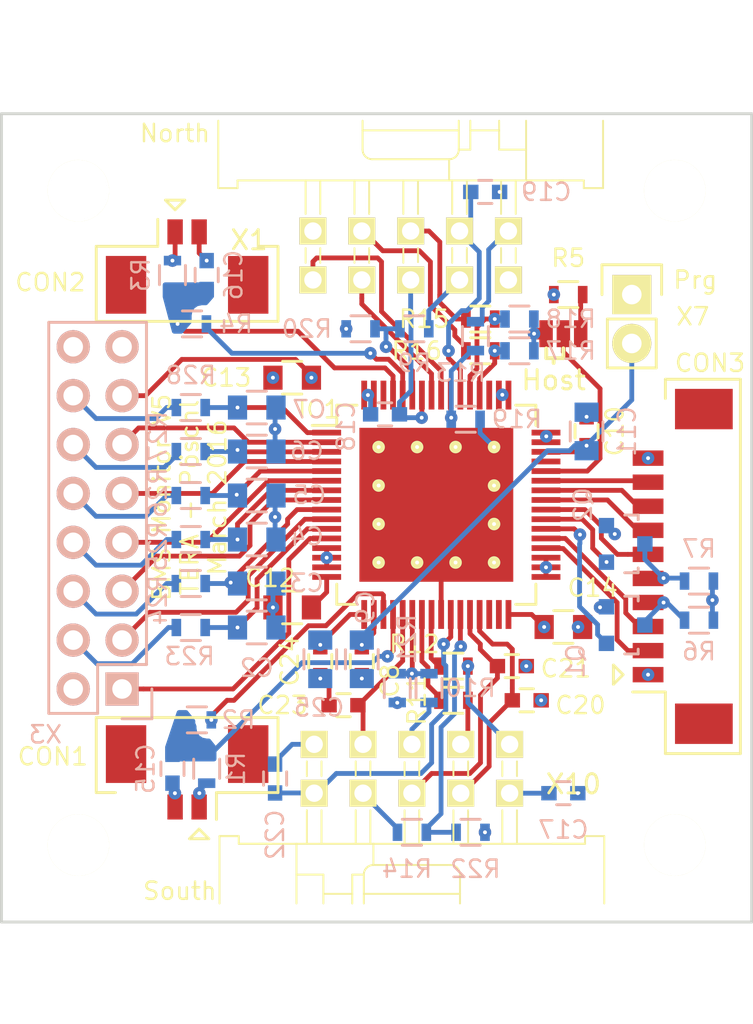
<source format=kicad_pcb>
(kicad_pcb (version 4) (host pcbnew no-vcs-found-product)
  (layers (0 F.Cu signal) (1 In1.Cu signal hide) (2 In2.Cu signal hide) (31 B.Cu signal) (34 B.Paste user) (35 F.Paste user) (36 B.SilkS user) (37 F.SilkS user) (38 B.Mask user) (39 F.Mask user) (44 Edge.Cuts user))
  (net 0 "")
  (net 1 /CB6)
  (net 2 /CB5)
  (net 3 /CB4)
  (net 4 /CB3)
  (net 5 /CB2)
  (net 6 /CB1)
  (net 7 GND)
  (net 8 "Net-(C12-Pad1)")
  (net 9 "Net-(C10-Pad1)")
  (net 10 "Net-(IC1-Pad19)")
  (net 11 "Net-(C15-Pad2)")
  (net 12 "Net-(IC1-Pad31)")
  (net 13 +5V)
  (net 14 "Net-(IC1-Pad45)")
  (net 15 "Net-(IC1-Pad60)")
  (net 16 "Net-(C16-Pad2)")
  (net 17 +BATT)
  (net 18 "Net-(JP1-Pad3)")
  (net 19 "Net-(CON1-Pad1)")
  (net 20 "Net-(CON2-Pad1)")
  (net 21 "Net-(C17-Pad1)")
  (net 22 /VC6)
  (net 23 /VC5)
  (net 24 /VC4)
  (net 25 /VC3)
  (net 26 /VC2)
  (net 27 /VC1)
  (net 28 /CONV_S)
  (net 29 /DRDY_S)
  (net 30 /ALERT_S)
  (net 31 /FAULT_S)
  (net 32 /SCLK_S)
  (net 33 /SDO_S)
  (net 34 /SDI_S)
  (net 35 /CS_S)
  (net 36 /CONV_H)
  (net 37 /DRDY_H)
  (net 38 /ALERT_H)
  (net 39 /FAULT_H)
  (net 40 /SCLK_H)
  (net 41 /SDI_H)
  (net 42 /CS_H)
  (net 43 /HSEL)
  (net 44 /CS_N)
  (net 45 /SDI_N)
  (net 46 /SDO_N)
  (net 47 /SCLK_N)
  (net 48 /FAULT_N)
  (net 49 /ALERT_N)
  (net 50 /DRDY_N)
  (net 51 /CONV_N)
  (net 52 /NALERT_H)
  (net 53 /VC1e)
  (net 54 /VC2e)
  (net 55 /VC3e)
  (net 56 /VC4e)
  (net 57 /VC5e)
  (net 58 /VC6e)
  (net 59 /CS_N1)
  (net 60 /SDO_S1)
  (net 61 /SDI_N1)
  (net 62 /CONV_N1)
  (net 63 /DRDY_S1)
  (net 64 /ALERT_S1)
  (net 65 /FAULT_S1)
  (net 66 /SCLK_N1)
  (net 67 /NFAULT_H)
  (net 68 "Net-(C24-Pad1)")
  (net 69 /SDO_H)
  (module Connectors_Molex:Connector_Molex_PicoBlade_53261-1071 (layer F.Cu) (at 88.512 128.522 90)
    (fp_text reference CON3 (at 10.568 0.318 180) (layer F.SilkS) (effects (font (size 0.9 0.9) (thickness 0.125))))
    (fp_text value CONN_01X10 hide)
    (pad 1 smd rect (at -5.625 -2.9 90) (size 0.8 1.6) (layers F.Cu F.Paste F.Mask) (net 13 +5V))
    (pad 2 smd rect (at -4.375 -2.9 90) (size 0.8 1.6) (layers F.Cu F.Paste F.Mask) (net 36 /CONV_H))
    (pad 3 smd rect (at -3.125 -2.9 90) (size 0.8 1.6) (layers F.Cu F.Paste F.Mask) (net 37 /DRDY_H))
    (pad 4 smd rect (at -1.875 -2.9 90) (size 0.8 1.6) (layers F.Cu F.Paste F.Mask) (net 52 /NALERT_H))
    (pad 5 smd rect (at -0.625 -2.9 90) (size 0.8 1.6) (layers F.Cu F.Paste F.Mask) (net 67 /NFAULT_H))
    (pad 6 smd rect (at 0.625 -2.9 90) (size 0.8 1.6) (layers F.Cu F.Paste F.Mask) (net 40 /SCLK_H))
    (pad 7 smd rect (at 1.875 -2.9 90) (size 0.8 1.6) (layers F.Cu F.Paste F.Mask) (net 69 /SDO_H))
    (pad 8 smd rect (at 3.125 -2.9 90) (size 0.8 1.6) (layers F.Cu F.Paste F.Mask) (net 41 /SDI_H))
    (pad 9 smd rect (at 4.375 -2.9 90) (size 0.8 1.6) (layers F.Cu F.Paste F.Mask) (net 42 /CS_H))
    (pad 10 smd rect (at 5.625 -2.9 90) (size 0.8 1.6) (layers F.Cu F.Paste F.Mask) (net 7 GND))
    (pad "" smd rect (at -8.175 0 90) (size 2.1 3) (layers F.Cu F.Paste F.Mask))
    (pad "" smd rect (at 8.175 0 90) (size 2.1 3) (layers F.Cu F.Paste F.Mask))
  )
  (module Resistors_SMD:R_0603 (layer F.Cu) (at 76.892 115.668 180)
    (fp_text reference R15 (at 2.921 0 180) (layer F.SilkS) (effects (font (size 0.9 0.9) (thickness 0.125))))
    (fp_text value 1K)
    (pad 1 smd rect (at -0.75 0 180) (size 0.5 0.9) (layers F.Cu F.Paste F.Mask) (net 45 /SDI_N))
    (pad 2 smd rect (at 0.75 0 180) (size 0.5 0.9) (layers F.Cu F.Paste F.Mask) (net 61 /SDI_N1))
  )
  (module Resistors_SMD:R_0603 (layer B.Cu) (at 76.638 116.557 90)
    (fp_text reference R13 (at -1.905 -0.762 180) (layer B.SilkS) (effects (font (size 0.9 0.9) (thickness 0.125)) (justify mirror)))
    (fp_text value 1K)
    (pad 1 smd rect (at -0.75 0 90) (size 0.5 0.9) (layers B.Cu B.Paste B.Mask) (net 47 /SCLK_N))
    (pad 2 smd rect (at 0.75 0 90) (size 0.5 0.9) (layers B.Cu B.Paste B.Mask) (net 66 /SCLK_N1))
  )
  (module Resistors_SMD:R_0603 (layer F.Cu) (at 75.495 135.48 180)
    (fp_text reference R11 (at 1.905 0 270) (layer F.SilkS) (effects (font (size 0.9 0.9) (thickness 0.125))))
    (fp_text value 1K)
    (pad 1 smd rect (at -0.75 0 180) (size 0.5 0.9) (layers F.Cu F.Paste F.Mask) (net 64 /ALERT_S1))
    (pad 2 smd rect (at 0.75 0 180) (size 0.5 0.9) (layers F.Cu F.Paste F.Mask) (net 30 /ALERT_S))
  )
  (module Mounting_Holes:MountingHole_3.2mm_M3 (layer F.Cu) (at 56 143)
    (fp_text reference REF** hide)
    (fp_text value MountingHole_3.2mm_M3 hide)
    (pad 1 np_thru_hole circle (at 0 0) (size 3.2 3.2) (drill 3.2) (layers *.Cu *.Mask F.SilkS))
  )
  (module Mounting_Holes:MountingHole_3.2mm_M3 (layer F.Cu) (at 87 143)
    (fp_text reference REF** hide)
    (fp_text value MountingHole_3.2mm_M3 hide)
    (pad 1 np_thru_hole circle (at 0 0) (size 3.2 3.2) (drill 3.2) (layers *.Cu *.Mask F.SilkS))
  )
  (module Mounting_Holes:MountingHole_3.2mm_M3 (layer F.Cu) (at 87 109)
    (fp_text reference REF** hide)
    (fp_text value MountingHole_3.2mm_M3 hide)
    (pad 1 np_thru_hole circle (at 0 0) (size 3.2 3.2) (drill 3.2) (layers *.Cu *.Mask F.SilkS))
  )
  (module Mounting_Holes:MountingHole_3.2mm_M3 (layer F.Cu) (at 56 109)
    (fp_text reference REF** hide)
    (fp_text value MountingHole_3.2mm_M3 hide)
    (pad 1 np_thru_hole circle (at 0 0) (size 3.2 3.2) (drill 3.2) (layers *.Cu *.Mask F.SilkS))
  )
  (module tera_general:SOLDERJUMPER_3 (layer F.Cu) (at 81.21 116.43 90)
    (fp_text reference JP1 hide)
    (fp_text value JUMPER3_NO hide)
    (pad 1 smd rect (at 0 -0.9 90) (size 1.4 0.7) (layers F.Cu F.Paste F.Mask) (net 7 GND))
    (pad 2 smd rect (at 0 0 90) (size 1.4 0.7) (layers F.Cu F.Paste F.Mask) (net 43 /HSEL))
    (pad 3 smd rect (at 0 0.9 90) (size 1.4 0.7) (layers F.Cu F.Paste F.Mask) (net 18 "Net-(JP1-Pad3)"))
  )
  (module TO_SOT_Packages_SMD:SOT-23 (layer B.Cu) (at 84.448 131.57 90)
    (fp_text reference Q1 (at -1.878 -2.603 90) (layer B.SilkS) (effects (font (size 0.9 0.9) (thickness 0.125)) (justify mirror)))
    (fp_text value BSS205N)
    (pad 1 smd rect (at -0.95 -1.00076 90) (size 0.8001 0.8001) (layers B.Cu B.Paste B.Mask) (net 38 /ALERT_H))
    (pad 2 smd rect (at 0.95 -1.00076 90) (size 0.8001 0.8001) (layers B.Cu B.Paste B.Mask) (net 7 GND))
    (pad 3 smd rect (at 0 0.99822 90) (size 0.8001 0.8001) (layers B.Cu B.Paste B.Mask) (net 52 /NALERT_H))
  )
  (module TO_SOT_Packages_SMD:SOT-23 (layer B.Cu) (at 84.448 127.352 90)
    (fp_text reference Q2 (at 2.032 -2.222 90) (layer B.SilkS) (effects (font (size 0.9 0.9) (thickness 0.125)) (justify mirror)))
    (fp_text value BSS205N)
    (pad 1 smd rect (at -0.95 -1.00076 90) (size 0.8001 0.8001) (layers B.Cu B.Paste B.Mask) (net 39 /FAULT_H))
    (pad 2 smd rect (at 0.95 -1.00076 90) (size 0.8001 0.8001) (layers B.Cu B.Paste B.Mask) (net 7 GND))
    (pad 3 smd rect (at 0 0.99822 90) (size 0.8001 0.8001) (layers B.Cu B.Paste B.Mask) (net 67 /NFAULT_H))
  )
  (module Socket_Strips:Socket_Strip_Straight_2x08 (layer B.Cu) (at 58.27 134.89 90)
    (fp_text reference X3 (at -2.368 -3.984 180) (layer B.SilkS) (effects (font (size 0.9 0.9) (thickness 0.125)) (justify mirror)))
    (fp_text value CONN_02X08)
    (pad 1 thru_hole rect (at 0 0 90) (size 1.7272 1.7272) (drill 1.016) (layers *.Cu *.Mask B.SilkS) (net 6 /CB1))
    (pad 2 thru_hole oval (at 0 -2.54 90) (size 1.7272 1.7272) (drill 1.016) (layers *.Cu *.Mask B.SilkS) (net 7 GND))
    (pad 3 thru_hole oval (at 2.54 0 90) (size 1.7272 1.7272) (drill 1.016) (layers *.Cu *.Mask B.SilkS) (net 5 /CB2))
    (pad 4 thru_hole oval (at 2.54 -2.54 90) (size 1.7272 1.7272) (drill 1.016) (layers *.Cu *.Mask B.SilkS) (net 53 /VC1e))
    (pad 5 thru_hole oval (at 5.08 0 90) (size 1.7272 1.7272) (drill 1.016) (layers *.Cu *.Mask B.SilkS) (net 4 /CB3))
    (pad 6 thru_hole oval (at 5.08 -2.54 90) (size 1.7272 1.7272) (drill 1.016) (layers *.Cu *.Mask B.SilkS) (net 54 /VC2e))
    (pad 7 thru_hole oval (at 7.62 0 90) (size 1.7272 1.7272) (drill 1.016) (layers *.Cu *.Mask B.SilkS) (net 3 /CB4))
    (pad 8 thru_hole oval (at 7.62 -2.54 90) (size 1.7272 1.7272) (drill 1.016) (layers *.Cu *.Mask B.SilkS) (net 55 /VC3e))
    (pad 9 thru_hole oval (at 10.16 0 90) (size 1.7272 1.7272) (drill 1.016) (layers *.Cu *.Mask B.SilkS) (net 2 /CB5))
    (pad 10 thru_hole oval (at 10.16 -2.54 90) (size 1.7272 1.7272) (drill 1.016) (layers *.Cu *.Mask B.SilkS) (net 56 /VC4e))
    (pad 11 thru_hole oval (at 12.7 0 90) (size 1.7272 1.7272) (drill 1.016) (layers *.Cu *.Mask B.SilkS) (net 1 /CB6))
    (pad 12 thru_hole oval (at 12.7 -2.54 90) (size 1.7272 1.7272) (drill 1.016) (layers *.Cu *.Mask B.SilkS) (net 57 /VC5e))
    (pad 13 thru_hole oval (at 15.24 0 90) (size 1.7272 1.7272) (drill 1.016) (layers *.Cu *.Mask B.SilkS) (net 17 +BATT))
    (pad 14 thru_hole oval (at 15.24 -2.54 90) (size 1.7272 1.7272) (drill 1.016) (layers *.Cu *.Mask B.SilkS) (net 58 /VC6e))
    (pad 15 thru_hole oval (at 17.78 0 90) (size 1.7272 1.7272) (drill 1.016) (layers *.Cu *.Mask B.SilkS) (net 7 GND))
    (pad 16 thru_hole oval (at 17.78 -2.54 90) (size 1.7272 1.7272) (drill 1.016) (layers *.Cu *.Mask B.SilkS) (net 7 GND))
  )
  (module Socket_Strips:Socket_Strip_Straight_1x02 (layer F.Cu) (at 84.766 114.398 270)
    (fp_text reference X7 (at 1.143 -3.175) (layer F.SilkS) (effects (font (size 0.9 0.9) (thickness 0.125))))
    (fp_text value CONN_01X02 hide)
    (pad 1 thru_hole rect (at 0 0 270) (size 2.032 2.032) (drill 1.016) (layers *.Cu *.Mask F.SilkS) (net 7 GND))
    (pad 2 thru_hole oval (at 2.54 0 270) (size 2.032 2.032) (drill 1.016) (layers *.Cu *.Mask F.SilkS) (net 9 "Net-(C10-Pad1)"))
  )
  (module Resistors_SMD:R_0603 (layer B.Cu) (at 61.842 122.553 180)
    (fp_text reference R27 (at 1.714 0.789 270) (layer B.SilkS) (effects (font (size 0.9 0.9) (thickness 0.125)) (justify mirror)))
    (fp_text value 1K)
    (pad 1 smd rect (at -0.75 0 180) (size 0.5 0.9) (layers B.Cu B.Paste B.Mask) (net 23 /VC5))
    (pad 2 smd rect (at 0.75 0 180) (size 0.5 0.9) (layers B.Cu B.Paste B.Mask) (net 57 /VC5e))
  )
  (module Resistors_SMD:R_0603 (layer F.Cu) (at 76.892 117.319 180)
    (fp_text reference R16 (at 3.302 0 180) (layer F.SilkS) (effects (font (size 0.9 0.9) (thickness 0.125))))
    (fp_text value 1K)
    (pad 1 smd rect (at -0.75 0 180) (size 0.5 0.9) (layers F.Cu F.Paste F.Mask) (net 44 /CS_N))
    (pad 2 smd rect (at 0.75 0 180) (size 0.5 0.9) (layers F.Cu F.Paste F.Mask) (net 59 /CS_N1))
  )
  (module Resistors_SMD:R_0603 (layer B.Cu) (at 61.842 124.839 180)
    (fp_text reference R26 (at 1.714 0.154 90) (layer B.SilkS) (effects (font (size 0.9 0.9) (thickness 0.125)) (justify mirror)))
    (fp_text value 1K)
    (pad 1 smd rect (at -0.75 0 180) (size 0.5 0.9) (layers B.Cu B.Paste B.Mask) (net 24 /VC4))
    (pad 2 smd rect (at 0.75 0 180) (size 0.5 0.9) (layers B.Cu B.Paste B.Mask) (net 56 /VC4e))
  )
  (module Resistors_SMD:R_0603 (layer B.Cu) (at 61.842 127.125 180)
    (fp_text reference R25 (at 1.714 -0.354 270) (layer B.SilkS) (effects (font (size 0.9 0.9) (thickness 0.125)) (justify mirror)))
    (fp_text value 1K)
    (pad 1 smd rect (at -0.75 0 180) (size 0.5 0.9) (layers B.Cu B.Paste B.Mask) (net 25 /VC3))
    (pad 2 smd rect (at 0.75 0 180) (size 0.5 0.9) (layers B.Cu B.Paste B.Mask) (net 55 /VC3e))
  )
  (module Resistors_SMD:R_0603 (layer B.Cu) (at 61.842 129.411 180)
    (fp_text reference R24 (at 1.714 -0.862 270) (layer B.SilkS) (effects (font (size 0.9 0.9) (thickness 0.125)) (justify mirror)))
    (fp_text value 1K)
    (pad 1 smd rect (at -0.75 0 180) (size 0.5 0.9) (layers B.Cu B.Paste B.Mask) (net 26 /VC2))
    (pad 2 smd rect (at 0.75 0 180) (size 0.5 0.9) (layers B.Cu B.Paste B.Mask) (net 54 /VC2e))
  )
  (module Resistors_SMD:R_0603 (layer B.Cu) (at 61.842 131.697 180)
    (fp_text reference R23 (at 0.063 -1.497 180) (layer B.SilkS) (effects (font (size 0.9 0.9) (thickness 0.125)) (justify mirror)))
    (fp_text value 1K)
    (pad 1 smd rect (at -0.75 0 180) (size 0.5 0.9) (layers B.Cu B.Paste B.Mask) (net 27 /VC1))
    (pad 2 smd rect (at 0.75 0 180) (size 0.5 0.9) (layers B.Cu B.Paste B.Mask) (net 53 /VC1e))
  )
  (module Resistors_SMD:R_0603 (layer B.Cu) (at 76.384 142.338 180)
    (fp_text reference R22 (at -0.254 -1.905 180) (layer B.SilkS) (effects (font (size 0.9 0.9) (thickness 0.125)) (justify mirror)))
    (fp_text value 510K)
    (pad 1 smd rect (at -0.75 0 180) (size 0.5 0.9) (layers B.Cu B.Paste B.Mask) (net 13 +5V))
    (pad 2 smd rect (at 0.75 0 180) (size 0.5 0.9) (layers B.Cu B.Paste B.Mask) (net 33 /SDO_S))
  )
  (module Resistors_SMD:R_0603 (layer B.Cu) (at 72.574 134.845 90)
    (fp_text reference R21 (at 2.54 0.508 90) (layer B.SilkS) (effects (font (size 0.9 0.9) (thickness 0.125)) (justify mirror)))
    (fp_text value 510K)
    (pad 1 smd rect (at -0.75 0 90) (size 0.5 0.9) (layers B.Cu B.Paste B.Mask) (net 13 +5V))
    (pad 2 smd rect (at 0.75 0 90) (size 0.5 0.9) (layers B.Cu B.Paste B.Mask) (net 29 /DRDY_S))
  )
  (module Resistors_SMD:R_0603 (layer B.Cu) (at 70.669 116.176)
    (fp_text reference R20 (at -2.794 0) (layer B.SilkS) (effects (font (size 0.9 0.9) (thickness 0.125)) (justify mirror)))
    (fp_text value 2M)
    (pad 1 smd rect (at -0.75 0) (size 0.5 0.9) (layers B.Cu B.Paste B.Mask) (net 7 GND))
    (pad 2 smd rect (at 0.75 0) (size 0.5 0.9) (layers B.Cu B.Paste B.Mask) (net 51 /CONV_N))
  )
  (module Resistors_SMD:R_0603 (layer B.Cu) (at 76.13 120.875 180)
    (fp_text reference R19 (at -2.667 0 180) (layer B.SilkS) (effects (font (size 0.9 0.9) (thickness 0.125)) (justify mirror)))
    (fp_text value 2M)
    (pad 1 smd rect (at -0.75 0 180) (size 0.5 0.9) (layers B.Cu B.Paste B.Mask) (net 7 GND))
    (pad 2 smd rect (at 0.75 0 180) (size 0.5 0.9) (layers B.Cu B.Paste B.Mask) (net 47 /SCLK_N))
  )
  (module Resistors_SMD:R_0603 (layer B.Cu) (at 78.924 115.668 180)
    (fp_text reference R18 (at -2.667 0 180) (layer B.SilkS) (effects (font (size 0.9 0.9) (thickness 0.125)) (justify mirror)))
    (fp_text value 2M)
    (pad 1 smd rect (at -0.75 0 180) (size 0.5 0.9) (layers B.Cu B.Paste B.Mask) (net 7 GND))
    (pad 2 smd rect (at 0.75 0 180) (size 0.5 0.9) (layers B.Cu B.Paste B.Mask) (net 45 /SDI_N))
  )
  (module Resistors_SMD:R_0603 (layer B.Cu) (at 78.924 117.319 180)
    (fp_text reference R17 (at -2.667 0 180) (layer B.SilkS) (effects (font (size 0.9 0.9) (thickness 0.125)) (justify mirror)))
    (fp_text value 2M)
    (pad 1 smd rect (at -0.75 0 180) (size 0.5 0.9) (layers B.Cu B.Paste B.Mask) (net 7 GND))
    (pad 2 smd rect (at 0.75 0 180) (size 0.5 0.9) (layers B.Cu B.Paste B.Mask) (net 44 /CS_N))
  )
  (module Resistors_SMD:R_0603 (layer B.Cu) (at 73.336 142.338)
    (fp_text reference R14 (at -0.254 1.9) (layer B.SilkS) (effects (font (size 0.9 0.9) (thickness 0.125)) (justify mirror)))
    (fp_text value 1K)
    (pad 1 smd rect (at -0.75 0) (size 0.5 0.9) (layers B.Cu B.Paste B.Mask) (net 60 /SDO_S1))
    (pad 2 smd rect (at 0.75 0) (size 0.5 0.9) (layers B.Cu B.Paste B.Mask) (net 33 /SDO_S))
  )
  (module Resistors_SMD:R_0603 (layer B.Cu) (at 61.842 120.267 180)
    (fp_text reference R28 (at 0 1.678 180) (layer B.SilkS) (effects (font (size 0.9 0.9) (thickness 0.125)) (justify mirror)))
    (fp_text value 1K)
    (pad 1 smd rect (at -0.75 0 180) (size 0.5 0.9) (layers B.Cu B.Paste B.Mask) (net 22 /VC6))
    (pad 2 smd rect (at 0.75 0 180) (size 0.5 0.9) (layers B.Cu B.Paste B.Mask) (net 58 /VC6e))
  )
  (module Resistors_SMD:R_0603 (layer B.Cu) (at 62.668 139.036 270)
    (fp_text reference R1 (at 0 -1.524 270) (layer B.SilkS) (effects (font (size 0.9 0.9) (thickness 0.125)) (justify mirror)))
    (fp_text value 1.47K)
    (pad 1 smd rect (at -0.75 0 270) (size 0.5 0.9) (layers B.Cu B.Paste B.Mask) (net 11 "Net-(C15-Pad2)"))
    (pad 2 smd rect (at 0.75 0 270) (size 0.5 0.9) (layers B.Cu B.Paste B.Mask) (net 19 "Net-(CON1-Pad1)"))
  )
  (module Resistors_SMD:R_0603 (layer B.Cu) (at 62.16 136.496)
    (fp_text reference R2 (at 2.159 0) (layer B.SilkS) (effects (font (size 0.9 0.9) (thickness 0.125)) (justify mirror)))
    (fp_text value 1.82K)
    (pad 1 smd rect (at -0.75 0) (size 0.5 0.9) (layers B.Cu B.Paste B.Mask) (net 11 "Net-(C15-Pad2)"))
    (pad 2 smd rect (at 0.75 0) (size 0.5 0.9) (layers B.Cu B.Paste B.Mask) (net 10 "Net-(IC1-Pad19)"))
  )
  (module Resistors_SMD:R_0603 (layer B.Cu) (at 60.89 113.382 90)
    (fp_text reference R3 (at 0 -1.651 90) (layer B.SilkS) (effects (font (size 0.9 0.9) (thickness 0.125)) (justify mirror)))
    (fp_text value 1.47K)
    (pad 1 smd rect (at -0.75 0 90) (size 0.5 0.9) (layers B.Cu B.Paste B.Mask) (net 16 "Net-(C16-Pad2)"))
    (pad 2 smd rect (at 0.75 0 90) (size 0.5 0.9) (layers B.Cu B.Paste B.Mask) (net 20 "Net-(CON2-Pad1)"))
  )
  (module Resistors_SMD:R_0603 (layer B.Cu) (at 61.906 115.922)
    (fp_text reference R4 (at 2.286 0) (layer B.SilkS) (effects (font (size 0.9 0.9) (thickness 0.125)) (justify mirror)))
    (fp_text value 1.82K)
    (pad 1 smd rect (at -0.75 0) (size 0.5 0.9) (layers B.Cu B.Paste B.Mask) (net 16 "Net-(C16-Pad2)"))
    (pad 2 smd rect (at 0.75 0) (size 0.5 0.9) (layers B.Cu B.Paste B.Mask) (net 15 "Net-(IC1-Pad60)"))
  )
  (module Resistors_SMD:R_0603 (layer F.Cu) (at 81.464 114.398)
    (fp_text reference R5 (at 0 -1.9) (layer F.SilkS) (effects (font (size 0.9 0.9) (thickness 0.125))))
    (fp_text value 100K)
    (pad 1 smd rect (at -0.75 0) (size 0.5 0.9) (layers F.Cu F.Paste F.Mask) (net 13 +5V))
    (pad 2 smd rect (at 0.75 0) (size 0.5 0.9) (layers F.Cu F.Paste F.Mask) (net 18 "Net-(JP1-Pad3)"))
  )
  (module Resistors_SMD:R_0603 (layer B.Cu) (at 88.258 131.316 180)
    (fp_text reference R6 (at 0 -1.624 180) (layer B.SilkS) (effects (font (size 0.9 0.9) (thickness 0.125)) (justify mirror)))
    (fp_text value 10K)
    (pad 1 smd rect (at -0.75 0 180) (size 0.5 0.9) (layers B.Cu B.Paste B.Mask) (net 13 +5V))
    (pad 2 smd rect (at 0.75 0 180) (size 0.5 0.9) (layers B.Cu B.Paste B.Mask) (net 52 /NALERT_H))
  )
  (module Resistors_SMD:R_0603 (layer B.Cu) (at 73.463 116.176)
    (fp_text reference R9 (at 0 1.778) (layer B.SilkS) (effects (font (size 0.9 0.9) (thickness 0.125)) (justify mirror)))
    (fp_text value 1K)
    (pad 1 smd rect (at -0.75 0) (size 0.5 0.9) (layers B.Cu B.Paste B.Mask) (net 51 /CONV_N))
    (pad 2 smd rect (at 0.75 0) (size 0.5 0.9) (layers B.Cu B.Paste B.Mask) (net 62 /CONV_N1))
  )
  (module Resistors_SMD:R_0603 (layer B.Cu) (at 74.225 134.845 90)
    (fp_text reference R10 (at 0 2.159 180) (layer B.SilkS) (effects (font (size 0.9 0.9) (thickness 0.125)) (justify mirror)))
    (fp_text value 1K)
    (pad 1 smd rect (at -0.75 0 90) (size 0.5 0.9) (layers B.Cu B.Paste B.Mask) (net 63 /DRDY_S1))
    (pad 2 smd rect (at 0.75 0 90) (size 0.5 0.9) (layers B.Cu B.Paste B.Mask) (net 29 /DRDY_S))
  )
  (module Resistors_SMD:R_0603 (layer F.Cu) (at 75.495 133.702 180)
    (fp_text reference R12 (at 2.032 1.143 180) (layer F.SilkS) (effects (font (size 0.9 0.9) (thickness 0.125))))
    (fp_text value 1K)
    (pad 1 smd rect (at -0.75 0 180) (size 0.5 0.9) (layers F.Cu F.Paste F.Mask) (net 65 /FAULT_S1))
    (pad 2 smd rect (at 0.75 0 180) (size 0.5 0.9) (layers F.Cu F.Paste F.Mask) (net 31 /FAULT_S))
  )
  (module Resistors_SMD:R_0603 (layer B.Cu) (at 88.258 129.284 180)
    (fp_text reference R7 (at 0 1.678 180) (layer B.SilkS) (effects (font (size 0.9 0.9) (thickness 0.125)) (justify mirror)))
    (fp_text value 10K)
    (pad 1 smd rect (at -0.75 0 180) (size 0.5 0.9) (layers B.Cu B.Paste B.Mask) (net 13 +5V))
    (pad 2 smd rect (at 0.75 0 180) (size 0.5 0.9) (layers B.Cu B.Paste B.Mask) (net 67 /NFAULT_H))
  )
  (module Connectors_Molex:Connector_Molex_PicoBlade_53398-0271 (layer F.Cu) (at 61.652 113.89)
    (fp_text reference CON2 (at -7.112 -0.127 180) (layer F.SilkS) (effects (font (size 0.9 0.9) (thickness 0.125))))
    (fp_text value CONN_01X02 hide)
    (pad 1 smd rect (at -0.625 -2.75) (size 0.8 1.3) (layers F.Cu F.Paste F.Mask) (net 20 "Net-(CON2-Pad1)"))
    (pad 2 smd rect (at 0.625 -2.75) (size 0.8 1.3) (layers F.Cu F.Paste F.Mask) (net 13 +5V))
    (pad "" smd rect (at -3.175 0) (size 2.1 3) (layers F.Cu F.Paste F.Mask))
    (pad "" smd rect (at 3.175 0) (size 2.1 3) (layers F.Cu F.Paste F.Mask))
  )
  (module Connectors_Molex:Connector_Molex_PicoBlade_53398-0271 (layer F.Cu) (at 61.652 138.274 180)
    (fp_text reference CON1 (at 6.985 -0.127 180) (layer F.SilkS) (effects (font (size 0.9 0.9) (thickness 0.125))))
    (fp_text value CONN_01X02 hide)
    (pad 1 smd rect (at -0.625 -2.75 180) (size 0.8 1.3) (layers F.Cu F.Paste F.Mask) (net 19 "Net-(CON1-Pad1)"))
    (pad 2 smd rect (at 0.625 -2.75 180) (size 0.8 1.3) (layers F.Cu F.Paste F.Mask) (net 13 +5V))
    (pad "" smd rect (at -3.175 0 180) (size 2.1 3) (layers F.Cu F.Paste F.Mask))
    (pad "" smd rect (at 3.175 0 180) (size 2.1 3) (layers F.Cu F.Paste F.Mask))
  )
  (module Capacitors_SMD:C_0805 (layer F.Cu) (at 67.113 118.716)
    (fp_text reference C13 (at -3.429 0) (layer F.SilkS) (effects (font (size 0.9 0.9) (thickness 0.125))))
    (fp_text value 100n,50V)
    (pad 1 smd rect (at -1 0) (size 1 1.25) (layers F.Cu F.Paste F.Mask) (net 7 GND))
    (pad 2 smd rect (at 1 0) (size 1 1.25) (layers F.Cu F.Paste F.Mask) (net 17 +BATT))
  )
  (module Capacitors_SMD:C_0805 (layer B.Cu) (at 65.271 129.411)
    (fp_text reference C3 (at 2.604 -0.027) (layer B.SilkS) (effects (font (size 0.9 0.9) (thickness 0.125)) (justify mirror)))
    (fp_text value 100n,50V)
    (pad 1 smd rect (at -1 0) (size 1 1.25) (layers B.Cu B.Paste B.Mask) (net 26 /VC2))
    (pad 2 smd rect (at 1 0) (size 1 1.25) (layers B.Cu B.Paste B.Mask) (net 7 GND))
  )
  (module Capacitors_SMD:C_0805 (layer F.Cu) (at 67.113 130.654 180)
    (fp_text reference C12 (at 1.143 1.524 180) (layer F.SilkS) (effects (font (size 0.9 0.9) (thickness 0.125))))
    (fp_text value 10u)
    (pad 1 smd rect (at -1 0 180) (size 1 1.25) (layers F.Cu F.Paste F.Mask) (net 8 "Net-(C12-Pad1)"))
    (pad 2 smd rect (at 1 0 180) (size 1 1.25) (layers F.Cu F.Paste F.Mask) (net 7 GND))
  )
  (module Capacitors_SMD:C_0805 (layer B.Cu) (at 82.416 121.51 90)
    (fp_text reference C11 (at 0 2.1 90) (layer B.SilkS) (effects (font (size 0.9 0.9) (thickness 0.125)) (justify mirror)))
    (fp_text value 2.2u)
    (pad 1 smd rect (at -1 0 90) (size 1 1.25) (layers B.Cu B.Paste B.Mask) (net 9 "Net-(C10-Pad1)"))
    (pad 2 smd rect (at 1 0 90) (size 1 1.25) (layers B.Cu B.Paste B.Mask) (net 7 GND))
  )
  (module Capacitors_SMD:C_0805 (layer B.Cu) (at 70.732 133.348 270)
    (fp_text reference C9 (at -2.694 -0.191 270) (layer B.SilkS) (effects (font (size 0.9 0.9) (thickness 0.125)) (justify mirror)))
    (fp_text value 2.2u)
    (pad 1 smd rect (at -1 0 270) (size 1 1.25) (layers B.Cu B.Paste B.Mask) (net 9 "Net-(C10-Pad1)"))
    (pad 2 smd rect (at 1 0 270) (size 1 1.25) (layers B.Cu B.Paste B.Mask) (net 7 GND))
  )
  (module Capacitors_SMD:C_0805 (layer B.Cu) (at 65.271 122.553)
    (fp_text reference C6 (at 2.604 -0.027) (layer B.SilkS) (effects (font (size 0.9 0.9) (thickness 0.125)) (justify mirror)))
    (fp_text value 100n,50V)
    (pad 1 smd rect (at -1 0) (size 1 1.25) (layers B.Cu B.Paste B.Mask) (net 23 /VC5))
    (pad 2 smd rect (at 1 0) (size 1 1.25) (layers B.Cu B.Paste B.Mask) (net 7 GND))
  )
  (module Capacitors_SMD:C_0805 (layer B.Cu) (at 65.271 124.839)
    (fp_text reference C5 (at 2.731 -0.027) (layer B.SilkS) (effects (font (size 0.9 0.9) (thickness 0.125)) (justify mirror)))
    (fp_text value 100n,50V)
    (pad 1 smd rect (at -1 0) (size 1 1.25) (layers B.Cu B.Paste B.Mask) (net 24 /VC4))
    (pad 2 smd rect (at 1 0) (size 1 1.25) (layers B.Cu B.Paste B.Mask) (net 7 GND))
  )
  (module Capacitors_SMD:C_0805 (layer B.Cu) (at 65.271 127.125)
    (fp_text reference C4 (at 2.604 -0.154) (layer B.SilkS) (effects (font (size 0.9 0.9) (thickness 0.125)) (justify mirror)))
    (fp_text value 100n,50V)
    (pad 1 smd rect (at -1 0) (size 1 1.25) (layers B.Cu B.Paste B.Mask) (net 25 /VC3))
    (pad 2 smd rect (at 1 0) (size 1 1.25) (layers B.Cu B.Paste B.Mask) (net 7 GND))
  )
  (module Capacitors_SMD:C_0805 (layer B.Cu) (at 65.271 131.697)
    (fp_text reference C2 (at 0 2.1) (layer B.SilkS) (effects (font (size 0.9 0.9) (thickness 0.125)) (justify mirror)))
    (fp_text value 100n,50V)
    (pad 1 smd rect (at -1 0) (size 1 1.25) (layers B.Cu B.Paste B.Mask) (net 27 /VC1))
    (pad 2 smd rect (at 1 0) (size 1 1.25) (layers B.Cu B.Paste B.Mask) (net 7 GND))
  )
  (module Capacitors_SMD:C_0805 (layer F.Cu) (at 81.21 131.67)
    (fp_text reference C14 (at 1.524 -2.032) (layer F.SilkS) (effects (font (size 0.9 0.9) (thickness 0.125))))
    (fp_text value 2.2u)
    (pad 1 smd rect (at -1 0) (size 1 1.25) (layers F.Cu F.Paste F.Mask) (net 13 +5V))
    (pad 2 smd rect (at 1 0) (size 1 1.25) (layers F.Cu F.Paste F.Mask) (net 7 GND))
  )
  (module Capacitors_SMD:C_0805 (layer B.Cu) (at 65.271 120.267)
    (fp_text reference C7 (at 2.731 0.1) (layer B.SilkS) (effects (font (size 0.9 0.9) (thickness 0.125)) (justify mirror)))
    (fp_text value 100n,50V)
    (pad 1 smd rect (at -1 0) (size 1 1.25) (layers B.Cu B.Paste B.Mask) (net 22 /VC6))
    (pad 2 smd rect (at 1 0) (size 1 1.25) (layers B.Cu B.Paste B.Mask) (net 7 GND))
  )
  (module Capacitors_SMD:C_0603 (layer F.Cu) (at 69.78 135.734 180)
    (fp_text reference C23 (at 3.175 0 180) (layer F.SilkS) (effects (font (size 0.9 0.9) (thickness 0.125))))
    (fp_text value 33p)
    (pad 1 smd rect (at -0.75 0 180) (size 0.8 0.75) (layers F.Cu F.Paste F.Mask) (net 28 /CONV_S))
    (pad 2 smd rect (at 0.75 0 180) (size 0.8 0.75) (layers F.Cu F.Paste F.Mask) (net 7 GND))
  )
  (module Capacitors_SMD:C_0603 (layer B.Cu) (at 66.224 139.544 90)
    (fp_text reference C22 (at -2.921 0 90) (layer B.SilkS) (effects (font (size 0.9 0.9) (thickness 0.125)) (justify mirror)))
    (fp_text value 33p)
    (pad 1 smd rect (at -0.75 0 90) (size 0.8 0.75) (layers B.Cu B.Paste B.Mask) (net 32 /SCLK_S))
    (pad 2 smd rect (at 0.75 0 90) (size 0.8 0.75) (layers B.Cu B.Paste B.Mask) (net 7 GND))
  )
  (module Capacitors_SMD:C_0603 (layer F.Cu) (at 78.531 133.702)
    (fp_text reference C21 (at 2.806 0.127) (layer F.SilkS) (effects (font (size 0.9 0.9) (thickness 0.125))))
    (fp_text value 33p)
    (pad 1 smd rect (at -0.75 0) (size 0.8 0.75) (layers F.Cu F.Paste F.Mask) (net 34 /SDI_S))
    (pad 2 smd rect (at 0.75 0) (size 0.8 0.75) (layers F.Cu F.Paste F.Mask) (net 7 GND))
  )
  (module Capacitors_SMD:C_0603 (layer F.Cu) (at 79.305 135.48)
    (fp_text reference C20 (at 2.794 0.254) (layer F.SilkS) (effects (font (size 0.9 0.9) (thickness 0.125))))
    (fp_text value 33p)
    (pad 1 smd rect (at -0.75 0) (size 0.8 0.75) (layers F.Cu F.Paste F.Mask) (net 35 /CS_S))
    (pad 2 smd rect (at 0.75 0) (size 0.8 0.75) (layers F.Cu F.Paste F.Mask) (net 7 GND))
  )
  (module Capacitors_SMD:C_0603 (layer B.Cu) (at 77.146 109.064 180)
    (fp_text reference C19 (at -3.175 0 180) (layer B.SilkS) (effects (font (size 0.9 0.9) (thickness 0.125)) (justify mirror)))
    (fp_text value 33p)
    (pad 1 smd rect (at -0.75 0 180) (size 0.8 0.75) (layers B.Cu B.Paste B.Mask) (net 17 +BATT))
    (pad 2 smd rect (at 0.75 0 180) (size 0.8 0.75) (layers B.Cu B.Paste B.Mask) (net 46 /SDO_N))
  )
  (module Capacitors_SMD:C_0603 (layer F.Cu) (at 70.732 133.448 270)
    (fp_text reference C8 (at 1.016 -1.461 90) (layer F.SilkS) (effects (font (size 0.9 0.9) (thickness 0.125))))
    (fp_text value 100n)
    (pad 1 smd rect (at -0.75 0 270) (size 0.8 0.75) (layers F.Cu F.Paste F.Mask) (net 9 "Net-(C10-Pad1)"))
    (pad 2 smd rect (at 0.75 0 270) (size 0.8 0.75) (layers F.Cu F.Paste F.Mask) (net 7 GND))
  )
  (module Capacitors_SMD:C_0603 (layer B.Cu) (at 71.939 120.621)
    (fp_text reference C18 (at -2.032 0.635 90) (layer B.SilkS) (effects (font (size 0.9 0.9) (thickness 0.125)) (justify mirror)))
    (fp_text value 33p)
    (pad 1 smd rect (at -0.75 0) (size 0.8 0.75) (layers B.Cu B.Paste B.Mask) (net 17 +BATT))
    (pad 2 smd rect (at 0.75 0) (size 0.8 0.75) (layers B.Cu B.Paste B.Mask) (net 50 /DRDY_N))
  )
  (module Capacitors_SMD:C_0603 (layer F.Cu) (at 82.416 121.498 90)
    (fp_text reference C10 (at 0 1.461 90) (layer F.SilkS) (effects (font (size 0.9 0.9) (thickness 0.125))))
    (fp_text value 100n)
    (pad 1 smd rect (at -0.75 0 90) (size 0.8 0.75) (layers F.Cu F.Paste F.Mask) (net 9 "Net-(C10-Pad1)"))
    (pad 2 smd rect (at 0.75 0 90) (size 0.8 0.75) (layers F.Cu F.Paste F.Mask) (net 7 GND))
  )
  (module Capacitors_SMD:C_0603 (layer B.Cu) (at 81.21 140.306)
    (fp_text reference C17 (at 0 1.9) (layer B.SilkS) (effects (font (size 0.9 0.9) (thickness 0.125)) (justify mirror)))
    (fp_text value 1n)
    (pad 1 smd rect (at -0.75 0) (size 0.8 0.75) (layers B.Cu B.Paste B.Mask) (net 21 "Net-(C17-Pad1)"))
    (pad 2 smd rect (at 0.75 0) (size 0.8 0.75) (layers B.Cu B.Paste B.Mask) (net 7 GND))
  )
  (module Capacitors_SMD:C_0603 (layer B.Cu) (at 62.668 113.382 270)
    (fp_text reference C16 (at 0 -1.397 270) (layer B.SilkS) (effects (font (size 0.9 0.9) (thickness 0.125)) (justify mirror)))
    (fp_text value 47n)
    (pad 1 smd rect (at -0.75 0 270) (size 0.8 0.75) (layers B.Cu B.Paste B.Mask) (net 13 +5V))
    (pad 2 smd rect (at 0.75 0 270) (size 0.8 0.75) (layers B.Cu B.Paste B.Mask) (net 16 "Net-(C16-Pad2)"))
  )
  (module Capacitors_SMD:C_0603 (layer B.Cu) (at 60.89 139.036 90)
    (fp_text reference C15 (at 0 -1.397 90) (layer B.SilkS) (effects (font (size 0.9 0.9) (thickness 0.125)) (justify mirror)))
    (fp_text value 47n)
    (pad 1 smd rect (at -0.75 0 90) (size 0.8 0.75) (layers B.Cu B.Paste B.Mask) (net 13 +5V))
    (pad 2 smd rect (at 0.75 0 90) (size 0.8 0.75) (layers B.Cu B.Paste B.Mask) (net 11 "Net-(C15-Pad2)"))
  )
  (module Capacitors_SMD:C_0805 (layer B.Cu) (at 68.573 133.348 270)
    (fp_text reference C25 (at 2.513 0.063) (layer B.SilkS) (effects (font (size 0.9 0.9) (thickness 0.125)) (justify mirror)))
    (fp_text value 2.2u)
    (pad 1 smd rect (at -1 0 270) (size 1 1.25) (layers B.Cu B.Paste B.Mask) (net 68 "Net-(C24-Pad1)"))
    (pad 2 smd rect (at 1 0 270) (size 1 1.25) (layers B.Cu B.Paste B.Mask) (net 7 GND))
  )
  (module Capacitors_SMD:C_0603 (layer F.Cu) (at 68.573 133.448 270)
    (fp_text reference C24 (at 0 1.587 270) (layer F.SilkS) (effects (font (size 0.9 0.9) (thickness 0.125))))
    (fp_text value 100n)
    (pad 1 smd rect (at -0.75 0 270) (size 0.8 0.75) (layers F.Cu F.Paste F.Mask) (net 68 "Net-(C24-Pad1)"))
    (pad 2 smd rect (at 0.75 0 270) (size 0.8 0.75) (layers F.Cu F.Paste F.Mask) (net 7 GND))
  )
  (module tera_general:TQFP-64_10x10mm_Pitch0.5mm_ThermalPad (layer F.Cu) (at 74.606 125.32)
    (fp_text reference IC1 (at -6.096 -4.953) (layer F.SilkS) (effects (font (size 0.9 0.9) (thickness 0.125))))
    (fp_text value TI-bq76pl536)
    (pad 1 smd rect (at -5.7 -3.75) (size 1.5 0.3) (layers F.Cu F.Paste F.Mask) (net 22 /VC6))
    (pad 2 smd rect (at -5.7 -3.25) (size 1.5 0.3) (layers F.Cu F.Paste F.Mask) (net 1 /CB6))
    (pad 3 smd rect (at -5.7 -2.75) (size 1.5 0.3) (layers F.Cu F.Paste F.Mask) (net 23 /VC5))
    (pad 4 smd rect (at -5.7 -2.25) (size 1.5 0.3) (layers F.Cu F.Paste F.Mask) (net 2 /CB5))
    (pad 5 smd rect (at -5.7 -1.75) (size 1.5 0.3) (layers F.Cu F.Paste F.Mask) (net 24 /VC4))
    (pad 6 smd rect (at -5.7 -1.25) (size 1.5 0.3) (layers F.Cu F.Paste F.Mask) (net 3 /CB4))
    (pad 7 smd rect (at -5.7 -0.75) (size 1.5 0.3) (layers F.Cu F.Paste F.Mask) (net 25 /VC3))
    (pad 8 smd rect (at -5.7 -0.25) (size 1.5 0.3) (layers F.Cu F.Paste F.Mask) (net 4 /CB3))
    (pad 9 smd rect (at -5.7 0.25) (size 1.5 0.3) (layers F.Cu F.Paste F.Mask) (net 26 /VC2))
    (pad 10 smd rect (at -5.7 0.75) (size 1.5 0.3) (layers F.Cu F.Paste F.Mask) (net 5 /CB2))
    (pad 11 smd rect (at -5.7 1.25) (size 1.5 0.3) (layers F.Cu F.Paste F.Mask) (net 27 /VC1))
    (pad 12 smd rect (at -5.7 1.75) (size 1.5 0.3) (layers F.Cu F.Paste F.Mask) (net 6 /CB1))
    (pad 13 smd rect (at -5.7 2.25) (size 1.5 0.3) (layers F.Cu F.Paste F.Mask) (net 7 GND))
    (pad 14 smd rect (at -5.7 2.75) (size 1.5 0.3) (layers F.Cu F.Paste F.Mask) (net 7 GND))
    (pad 15 smd rect (at -5.7 3.25) (size 1.5 0.3) (layers F.Cu F.Paste F.Mask) (net 7 GND))
    (pad 16 smd rect (at -5.7 3.75) (size 1.5 0.3) (layers F.Cu F.Paste F.Mask) (net 8 "Net-(C12-Pad1)"))
    (pad 17 smd rect (at -3.75 5.7 90) (size 1.5 0.3) (layers F.Cu F.Paste F.Mask) (net 68 "Net-(C24-Pad1)"))
    (pad 18 smd rect (at -3.25 5.7 90) (size 1.5 0.3) (layers F.Cu F.Paste F.Mask) (net 9 "Net-(C10-Pad1)"))
    (pad 19 smd rect (at -2.75 5.7 90) (size 1.5 0.3) (layers F.Cu F.Paste F.Mask) (net 10 "Net-(IC1-Pad19)"))
    (pad 20 smd rect (at -2.25 5.7 90) (size 1.5 0.3) (layers F.Cu F.Paste F.Mask) (net 11 "Net-(C15-Pad2)"))
    (pad 21 smd rect (at -1.75 5.7 90) (size 1.5 0.3) (layers F.Cu F.Paste F.Mask) (net 28 /CONV_S))
    (pad 22 smd rect (at -1.25 5.7 90) (size 1.5 0.3) (layers F.Cu F.Paste F.Mask) (net 29 /DRDY_S))
    (pad 23 smd rect (at -0.75 5.7 90) (size 1.5 0.3) (layers F.Cu F.Paste F.Mask) (net 30 /ALERT_S))
    (pad 24 smd rect (at -0.25 5.7 90) (size 1.5 0.3) (layers F.Cu F.Paste F.Mask) (net 31 /FAULT_S))
    (pad 25 smd rect (at 0.25 5.7 90) (size 1.5 0.3) (layers F.Cu F.Paste F.Mask) (net 7 GND))
    (pad 26 smd rect (at 0.75 5.7 90) (size 1.5 0.3) (layers F.Cu F.Paste F.Mask) (net 32 /SCLK_S))
    (pad 27 smd rect (at 1.25 5.7 90) (size 1.5 0.3) (layers F.Cu F.Paste F.Mask) (net 33 /SDO_S))
    (pad 28 smd rect (at 1.75 5.7 90) (size 1.5 0.3) (layers F.Cu F.Paste F.Mask) (net 34 /SDI_S))
    (pad 29 smd rect (at 2.25 5.7 90) (size 1.5 0.3) (layers F.Cu F.Paste F.Mask) (net 35 /CS_S))
    (pad 30 smd rect (at 2.75 5.7 90) (size 1.5 0.3) (layers F.Cu F.Paste F.Mask))
    (pad 31 smd rect (at 3.25 5.7 90) (size 1.5 0.3) (layers F.Cu F.Paste F.Mask) (net 12 "Net-(IC1-Pad31)"))
    (pad 32 smd rect (at 3.75 5.7 90) (size 1.5 0.3) (layers F.Cu F.Paste F.Mask) (net 13 +5V))
    (pad 33 smd rect (at 5.7 3.75) (size 1.5 0.3) (layers F.Cu F.Paste F.Mask) (net 7 GND))
    (pad 34 smd rect (at 5.7 3.25) (size 1.5 0.3) (layers F.Cu F.Paste F.Mask) (net 7 GND))
    (pad 35 smd rect (at 5.7 2.75) (size 1.5 0.3) (layers F.Cu F.Paste F.Mask) (net 7 GND))
    (pad 36 smd rect (at 5.7 2.25) (size 1.5 0.3) (layers F.Cu F.Paste F.Mask) (net 36 /CONV_H))
    (pad 37 smd rect (at 5.7 1.75) (size 1.5 0.3) (layers F.Cu F.Paste F.Mask) (net 37 /DRDY_H))
    (pad 38 smd rect (at 5.7 1.25) (size 1.5 0.3) (layers F.Cu F.Paste F.Mask) (net 38 /ALERT_H))
    (pad 39 smd rect (at 5.7 0.75) (size 1.5 0.3) (layers F.Cu F.Paste F.Mask) (net 39 /FAULT_H))
    (pad 40 smd rect (at 5.7 0.25) (size 1.5 0.3) (layers F.Cu F.Paste F.Mask) (net 40 /SCLK_H))
    (pad 41 smd rect (at 5.7 -0.25) (size 1.5 0.3) (layers F.Cu F.Paste F.Mask) (net 69 /SDO_H))
    (pad 42 smd rect (at 5.7 -0.75) (size 1.5 0.3) (layers F.Cu F.Paste F.Mask) (net 41 /SDI_H))
    (pad 43 smd rect (at 5.7 -1.25) (size 1.5 0.3) (layers F.Cu F.Paste F.Mask) (net 42 /CS_H))
    (pad 44 smd rect (at 5.7 -1.75) (size 1.5 0.3) (layers F.Cu F.Paste F.Mask) (net 43 /HSEL))
    (pad 45 smd rect (at 5.7 -2.25) (size 1.5 0.3) (layers F.Cu F.Paste F.Mask) (net 14 "Net-(IC1-Pad45)"))
    (pad 46 smd rect (at 5.7 -2.75) (size 1.5 0.3) (layers F.Cu F.Paste F.Mask) (net 9 "Net-(C10-Pad1)"))
    (pad 47 smd rect (at 5.7 -3.25) (size 1.5 0.3) (layers F.Cu F.Paste F.Mask) (net 7 GND))
    (pad 48 smd rect (at 5.7 -3.75) (size 1.5 0.3) (layers F.Cu F.Paste F.Mask) (net 7 GND))
    (pad 49 smd rect (at 3.75 -5.7 90) (size 1.5 0.3) (layers F.Cu F.Paste F.Mask) (net 7 GND))
    (pad 50 smd rect (at 3.25 -5.7 90) (size 1.5 0.3) (layers F.Cu F.Paste F.Mask) (net 7 GND))
    (pad 51 smd rect (at 2.75 -5.7 90) (size 1.5 0.3) (layers F.Cu F.Paste F.Mask))
    (pad 52 smd rect (at 2.25 -5.7 90) (size 1.5 0.3) (layers F.Cu F.Paste F.Mask) (net 44 /CS_N))
    (pad 53 smd rect (at 1.75 -5.7 90) (size 1.5 0.3) (layers F.Cu F.Paste F.Mask) (net 45 /SDI_N))
    (pad 54 smd rect (at 1.25 -5.7 90) (size 1.5 0.3) (layers F.Cu F.Paste F.Mask) (net 46 /SDO_N))
    (pad 55 smd rect (at 0.75 -5.7 90) (size 1.5 0.3) (layers F.Cu F.Paste F.Mask) (net 47 /SCLK_N))
    (pad 56 smd rect (at 0.25 -5.7 90) (size 1.5 0.3) (layers F.Cu F.Paste F.Mask) (net 48 /FAULT_N))
    (pad 57 smd rect (at -0.25 -5.7 90) (size 1.5 0.3) (layers F.Cu F.Paste F.Mask) (net 49 /ALERT_N))
    (pad 58 smd rect (at -0.75 -5.7 90) (size 1.5 0.3) (layers F.Cu F.Paste F.Mask) (net 50 /DRDY_N))
    (pad 59 smd rect (at -1.25 -5.7 90) (size 1.5 0.3) (layers F.Cu F.Paste F.Mask) (net 51 /CONV_N))
    (pad 60 smd rect (at -1.75 -5.7 90) (size 1.5 0.3) (layers F.Cu F.Paste F.Mask) (net 15 "Net-(IC1-Pad60)"))
    (pad 61 smd rect (at -2.25 -5.7 90) (size 1.5 0.3) (layers F.Cu F.Paste F.Mask) (net 16 "Net-(C16-Pad2)"))
    (pad 62 smd rect (at -2.75 -5.7 90) (size 1.5 0.3) (layers F.Cu F.Paste F.Mask))
    (pad 63 smd rect (at -3.25 -5.7 90) (size 1.5 0.3) (layers F.Cu F.Paste F.Mask) (net 17 +BATT))
    (pad 64 smd rect (at -3.75 -5.7 90) (size 1.5 0.3) (layers F.Cu F.Paste F.Mask) (net 17 +BATT))
    (pad 65 smd rect (at 0 0) (size 8 8) (layers F.Cu F.Paste F.Mask) (net 7 GND))
    (pad 65 thru_hole circle (at -3 -3) (size 0.65 0.65) (drill 0.2) (layers *.Cu *.Mask F.SilkS) (net 7 GND))
    (pad 65 thru_hole circle (at -1 -3) (size 0.65 0.65) (drill 0.2) (layers *.Cu *.Mask F.SilkS) (net 7 GND))
    (pad 65 thru_hole circle (at 1 -3) (size 0.65 0.65) (drill 0.2) (layers *.Cu *.Mask F.SilkS) (net 7 GND))
    (pad 65 thru_hole circle (at 3 -3) (size 0.65 0.65) (drill 0.2) (layers *.Cu *.Mask F.SilkS) (net 7 GND))
    (pad 65 thru_hole circle (at 3 -1) (size 0.65 0.65) (drill 0.2) (layers *.Cu *.Mask F.SilkS) (net 7 GND))
    (pad 65 thru_hole circle (at 3 1) (size 0.65 0.65) (drill 0.2) (layers *.Cu *.Mask F.SilkS) (net 7 GND))
    (pad 65 thru_hole circle (at 3 3) (size 0.65 0.65) (drill 0.2) (layers *.Cu *.Mask F.SilkS) (net 7 GND))
    (pad 65 thru_hole circle (at 1 3) (size 0.65 0.65) (drill 0.2) (layers *.Cu *.Mask F.SilkS) (net 7 GND))
    (pad 65 thru_hole circle (at -1 3) (size 0.65 0.65) (drill 0.2) (layers *.Cu *.Mask F.SilkS) (net 7 GND))
    (pad 65 thru_hole circle (at -3 3) (size 0.65 0.65) (drill 0.2) (layers *.Cu *.Mask F.SilkS) (net 7 GND))
    (pad 65 thru_hole circle (at -3 1) (size 0.65 0.65) (drill 0.2) (layers *.Cu *.Mask F.SilkS) (net 7 GND))
    (pad 65 thru_hole circle (at -3 -1) (size 0.65 0.65) (drill 0.2) (layers *.Cu *.Mask F.SilkS) (net 7 GND))
  )
  (module bms_board_local:IDC_02X05_Angled (layer F.Cu) (at 73.272 112.366)
    (fp_text reference X1 (at -8.4 -0.8) (layer F.SilkS))
    (fp_text value CONN_02X05)
    (pad 1 thru_hole rect (at -5.08 1.27) (size 1.4 1.4) (drill 0.9) (layers *.Cu *.Mask F.SilkS) (net 48 /FAULT_N))
    (pad 2 thru_hole rect (at -5.08 -1.27) (size 1.4 1.4) (drill 0.9) (layers *.Cu *.Mask F.SilkS) (net 7 GND))
    (pad 3 thru_hole rect (at -2.54 1.27) (size 1.4 1.4) (drill 0.9) (layers *.Cu *.Mask F.SilkS) (net 49 /ALERT_N))
    (pad 4 thru_hole rect (at -2.54 -1.27) (size 1.4 1.4) (drill 0.9) (layers *.Cu *.Mask F.SilkS) (net 59 /CS_N1))
    (pad 5 thru_hole rect (at 0 1.27) (size 1.4 1.4) (drill 0.9) (layers *.Cu *.Mask F.SilkS) (net 50 /DRDY_N))
    (pad 6 thru_hole rect (at 0 -1.27) (size 1.4 1.4) (drill 0.9) (layers *.Cu *.Mask F.SilkS) (net 61 /SDI_N1))
    (pad 7 thru_hole rect (at 2.54 1.27) (size 1.4 1.4) (drill 0.9) (layers *.Cu *.Mask F.SilkS) (net 62 /CONV_N1))
    (pad 8 thru_hole rect (at 2.54 -1.27) (size 1.4 1.4) (drill 0.9) (layers *.Cu *.Mask F.SilkS) (net 46 /SDO_N))
    (pad 9 thru_hole rect (at 5.08 1.27) (size 1.4 1.4) (drill 0.9) (layers *.Cu *.Mask F.SilkS) (net 17 +BATT))
    (pad 10 thru_hole rect (at 5.08 -1.27) (size 1.4 1.4) (drill 0.9) (layers *.Cu *.Mask F.SilkS) (net 66 /SCLK_N1))
  )
  (module bms_board_local:IDC_02X05_Angled (layer F.Cu) (at 73.336 139.036 180)
    (fp_text reference X10 (at -8.4 -0.8 180) (layer F.SilkS))
    (fp_text value CONN_02X05)
    (pad 1 thru_hole rect (at -5.08 1.27 180) (size 1.4 1.4) (drill 0.9) (layers *.Cu *.Mask F.SilkS) (net 65 /FAULT_S1))
    (pad 2 thru_hole rect (at -5.08 -1.27 180) (size 1.4 1.4) (drill 0.9) (layers *.Cu *.Mask F.SilkS) (net 21 "Net-(C17-Pad1)"))
    (pad 3 thru_hole rect (at -2.54 1.27 180) (size 1.4 1.4) (drill 0.9) (layers *.Cu *.Mask F.SilkS) (net 64 /ALERT_S1))
    (pad 4 thru_hole rect (at -2.54 -1.27 180) (size 1.4 1.4) (drill 0.9) (layers *.Cu *.Mask F.SilkS) (net 35 /CS_S))
    (pad 5 thru_hole rect (at 0 1.27 180) (size 1.4 1.4) (drill 0.9) (layers *.Cu *.Mask F.SilkS) (net 63 /DRDY_S1))
    (pad 6 thru_hole rect (at 0 -1.27 180) (size 1.4 1.4) (drill 0.9) (layers *.Cu *.Mask F.SilkS) (net 34 /SDI_S))
    (pad 7 thru_hole rect (at 2.54 1.27 180) (size 1.4 1.4) (drill 0.9) (layers *.Cu *.Mask F.SilkS) (net 28 /CONV_S))
    (pad 8 thru_hole rect (at 2.54 -1.27 180) (size 1.4 1.4) (drill 0.9) (layers *.Cu *.Mask F.SilkS) (net 60 /SDO_S1))
    (pad 9 thru_hole rect (at 5.08 1.27 180) (size 1.4 1.4) (drill 0.9) (layers *.Cu *.Mask F.SilkS) (net 7 GND))
    (pad 10 thru_hole rect (at 5.08 -1.27 180) (size 1.4 1.4) (drill 0.9) (layers *.Cu *.Mask F.SilkS) (net 32 /SCLK_S))
  )
  (gr_text Prg (at 88.068 113.636) (layer F.SilkS) (effects (font (size 0.9 0.9) (thickness 0.125))))
  (gr_text South (at 61.271 145.386) (layer F.SilkS) (effects (font (size 0.9 0.9) (thickness 0.125))))
  (gr_text North (at 61.017 106.016) (layer F.SilkS) (effects (font (size 0.9 0.9) (thickness 0.125))))
  (gr_text Host (at 80.702 118.843) (layer F.SilkS) (effects (font (size 1 1))))
  (gr_line (start 80.702 117.7) (end 80.702 117.954) (layer F.SilkS) (width 0.2))
  (gr_line (start 81.21 117.7) (end 81.21 117.192) (layer F.SilkS) (width 0.2))
  (gr_line (start 80.321 117.7) (end 81.21 117.7) (layer F.SilkS) (width 0.2))
  (gr_line (start 80.321 117.192) (end 80.321 117.7) (layer F.SilkS) (width 0.2))
  (gr_text "BMS Monitor V5\nTERA - Pöschl\nMarch 2016" (at 61.779 124.939 90) (layer F.SilkS) (effects (font (size 0.9 0.9) (thickness 0.125))))
  (gr_line (start 52 105) (end 52 147) (layer Edge.Cuts) (width 0.15))
  (gr_line (start 91 105) (end 52 105) (layer Edge.Cuts) (width 0.15))
  (gr_line (start 91 147) (end 91 105) (layer Edge.Cuts) (width 0.15))
  (gr_line (start 52 147) (end 91 147) (layer Edge.Cuts) (width 0.15))
  (segment (start 68.906 122.07) (end 64.833012 122.07) (width 0.25) (layer F.Cu) (net 1))
  (segment (start 64.833012 122.07) (end 64.089413 121.326401) (width 0.25) (layer F.Cu) (net 1))
  (segment (start 59.133599 121.326401) (end 58.27 122.19) (width 0.25) (layer F.Cu) (net 1))
  (segment (start 64.089413 121.326401) (end 59.133599 121.326401) (width 0.25) (layer F.Cu) (net 1))
  (segment (start 68.906 123.07) (end 64.632992 123.07) (width 0.25) (layer F.Cu) (net 2))
  (segment (start 64.632992 123.07) (end 62.972992 124.73) (width 0.25) (layer F.Cu) (net 2))
  (segment (start 62.972992 124.73) (end 59.491314 124.73) (width 0.25) (layer F.Cu) (net 2))
  (segment (start 59.491314 124.73) (end 58.27 124.73) (width 0.25) (layer F.Cu) (net 2))
  (segment (start 68.906 124.07) (end 65.874178 124.07) (width 0.25) (layer F.Cu) (net 3))
  (segment (start 65.874178 124.07) (end 62.674178 127.27) (width 0.25) (layer F.Cu) (net 3))
  (segment (start 62.674178 127.27) (end 58.27 127.27) (width 0.25) (layer F.Cu) (net 3))
  (segment (start 68.906 125.07) (end 66.146998 125.07) (width 0.25) (layer F.Cu) (net 4))
  (segment (start 66.146998 125.07) (end 64.921001 126.295997) (width 0.25) (layer F.Cu) (net 4))
  (segment (start 64.921001 126.295997) (end 64.921001 127.437001) (width 0.25) (layer F.Cu) (net 4))
  (segment (start 64.921001 127.437001) (end 64.371002 127.987) (width 0.25) (layer F.Cu) (net 4))
  (segment (start 64.371002 127.987) (end 60.093 127.987) (width 0.25) (layer F.Cu) (net 4))
  (segment (start 60.093 127.987) (end 58.27 129.81) (width 0.25) (layer F.Cu) (net 4))
  (segment (start 68.906 126.07) (end 67.76959 126.07) (width 0.25) (layer F.Cu) (net 5))
  (segment (start 67.76959 126.07) (end 64.827 129.01259) (width 0.25) (layer F.Cu) (net 5))
  (segment (start 64.827 129.01259) (end 64.827 130.273) (width 0.25) (layer F.Cu) (net 5))
  (segment (start 64.192 130.908) (end 59.712 130.908) (width 0.25) (layer F.Cu) (net 5))
  (segment (start 59.712 130.908) (end 58.27 132.35) (width 0.25) (layer F.Cu) (net 5))
  (segment (start 64.827 130.273) (end 64.192 130.908) (width 0.25) (layer F.Cu) (net 5))
  (segment (start 68.906 127.07) (end 68.04241 127.07) (width 0.25) (layer F.Cu) (net 6))
  (segment (start 68.04241 127.07) (end 66.938001 128.174409) (width 0.25) (layer F.Cu) (net 6))
  (segment (start 64.040002 134.89) (end 59.3836 134.89) (width 0.25) (layer F.Cu) (net 6))
  (segment (start 66.938001 128.174409) (end 66.938001 131.992001) (width 0.25) (layer F.Cu) (net 6))
  (segment (start 66.938001 131.992001) (end 64.040002 134.89) (width 0.25) (layer F.Cu) (net 6))
  (segment (start 59.3836 134.89) (end 58.27 134.89) (width 0.25) (layer F.Cu) (net 6))
  (via (at 66.113 118.716) (size 0.65) (drill 0.2) (layers F.Cu B.Cu) (net 7))
  (segment (start 79.674 115.668) (end 79.674 116.418) (width 0.25) (layer B.Cu) (net 7))
  (segment (start 79.674 116.418) (end 79.686 116.43) (width 0.25) (layer B.Cu) (net 7))
  (segment (start 79.686 116.43) (end 80.31 116.43) (width 0.6) (layer F.Cu) (net 7))
  (segment (start 79.674 117.319) (end 79.674 116.442) (width 0.25) (layer B.Cu) (net 7))
  (via (at 79.686 116.43) (size 0.65) (drill 0.2) (layers F.Cu B.Cu) (net 7))
  (segment (start 79.674 116.442) (end 79.686 116.43) (width 0.25) (layer B.Cu) (net 7))
  (via (at 69.919 116.176) (size 0.65) (drill 0.2) (layers F.Cu B.Cu) (net 7))
  (segment (start 76.88 120.875) (end 76.88 121.594) (width 0.25) (layer B.Cu) (net 7))
  (segment (start 76.88 121.594) (end 77.606 122.32) (width 0.25) (layer B.Cu) (net 7))
  (segment (start 74.856 131.02) (end 74.856 125.57) (width 0.25) (layer F.Cu) (net 7))
  (segment (start 74.856 125.57) (end 74.606 125.32) (width 0.25) (layer F.Cu) (net 7))
  (segment (start 66.224 121.383) (end 66.224 122.506) (width 0.25) (layer B.Cu) (net 7))
  (segment (start 66.224 122.506) (end 66.271 122.553) (width 0.25) (layer B.Cu) (net 7))
  (segment (start 66.224 121.383) (end 66.224 120.314) (width 0.25) (layer B.Cu) (net 7))
  (segment (start 66.224 120.314) (end 66.271 120.267) (width 0.25) (layer B.Cu) (net 7))
  (via (at 66.224 121.383) (size 0.65) (drill 0.2) (layers F.Cu B.Cu) (net 7))
  (segment (start 66.224 125.955) (end 66.224 127.078) (width 0.25) (layer B.Cu) (net 7))
  (segment (start 66.224 127.078) (end 66.271 127.125) (width 0.25) (layer B.Cu) (net 7))
  (segment (start 66.224 125.955) (end 66.224 124.886) (width 0.25) (layer B.Cu) (net 7))
  (segment (start 66.224 124.886) (end 66.271 124.839) (width 0.25) (layer B.Cu) (net 7))
  (via (at 66.224 125.955) (size 0.65) (drill 0.2) (layers F.Cu B.Cu) (net 7))
  (segment (start 66.113 130.654) (end 66.113 129.569) (width 0.25) (layer B.Cu) (net 7))
  (segment (start 66.113 129.569) (end 66.271 129.411) (width 0.25) (layer B.Cu) (net 7))
  (segment (start 66.113 130.654) (end 66.113 131.539) (width 0.25) (layer B.Cu) (net 7))
  (segment (start 66.113 131.539) (end 66.271 131.697) (width 0.25) (layer B.Cu) (net 7))
  (via (at 66.113 130.654) (size 0.65) (drill 0.2) (layers F.Cu B.Cu) (net 7))
  (segment (start 68.906 128.57) (end 68.906 128.07) (width 0.25) (layer F.Cu) (net 7))
  (segment (start 68.906 127.57) (end 68.906 128.07) (width 0.25) (layer F.Cu) (net 7))
  (via (at 68.906 128.07) (size 0.65) (drill 0.2) (layers F.Cu B.Cu) (net 7))
  (segment (start 66.224 138.655) (end 67.113 137.766) (width 0.25) (layer B.Cu) (net 7))
  (segment (start 67.113 137.766) (end 68.256 137.766) (width 0.25) (layer B.Cu) (net 7))
  (segment (start 66.224 138.794) (end 66.224 138.655) (width 0.25) (layer B.Cu) (net 7))
  (segment (start 83.44724 126.402) (end 83.44724 126.406334) (width 0.25) (layer B.Cu) (net 7))
  (segment (start 83.44724 126.406334) (end 83.880953 126.840047) (width 0.25) (layer B.Cu) (net 7))
  (via (at 83.880953 126.840047) (size 0.65) (drill 0.2) (layers F.Cu B.Cu) (net 7))
  (segment (start 83.115 130.648459) (end 83.418781 130.648459) (width 0.25) (layer B.Cu) (net 7))
  (segment (start 83.418781 130.648459) (end 83.44724 130.62) (width 0.25) (layer B.Cu) (net 7))
  (segment (start 81.972 131.67) (end 82.21 131.67) (width 0.25) (layer F.Cu) (net 7))
  (segment (start 69.03 135.734) (end 69.03 134.805) (width 0.25) (layer F.Cu) (net 7))
  (segment (start 69.03 134.805) (end 68.573 134.348) (width 0.25) (layer F.Cu) (net 7))
  (segment (start 70.732 134.348) (end 70.732 134.098) (width 0.25) (layer F.Cu) (net 7))
  (segment (start 68.573 134.348) (end 68.573 134.098) (width 0.25) (layer F.Cu) (net 7))
  (via (at 68.573 134.348) (size 0.65) (drill 0.2) (layers F.Cu B.Cu) (net 7))
  (via (at 70.732 134.348) (size 0.65) (drill 0.2) (layers F.Cu B.Cu) (net 7))
  (via (at 81.96 140.306) (size 0.65) (drill 0.2) (layers F.Cu B.Cu) (net 7))
  (via (at 80.055 135.48) (size 0.65) (drill 0.2) (layers F.Cu B.Cu) (net 7))
  (via (at 79.281 133.702) (size 0.65) (drill 0.2) (layers F.Cu B.Cu) (net 7))
  (via (at 83.115 130.648459) (size 0.65) (drill 0.2) (layers F.Cu B.Cu) (net 7))
  (segment (start 82.416 120.748) (end 82.416 120.51) (width 0.25) (layer B.Cu) (net 7))
  (via (at 82.416 120.748) (size 0.65) (drill 0.2) (layers F.Cu B.Cu) (net 7))
  (segment (start 78.035 119.605) (end 78.341 119.605) (width 0.25) (layer F.Cu) (net 7))
  (segment (start 78.341 119.605) (end 78.356 119.62) (width 0.25) (layer F.Cu) (net 7))
  (segment (start 77.856 119.62) (end 78.02 119.62) (width 0.25) (layer F.Cu) (net 7))
  (segment (start 78.02 119.62) (end 78.035 119.605) (width 0.25) (layer F.Cu) (net 7))
  (via (at 78.035 119.605) (size 0.65) (drill 0.2) (layers F.Cu B.Cu) (net 7))
  (segment (start 80.321 121.764) (end 80.321 121.585) (width 0.25) (layer F.Cu) (net 7))
  (segment (start 80.321 121.585) (end 80.306 121.57) (width 0.25) (layer F.Cu) (net 7))
  (segment (start 80.306 122.07) (end 80.306 121.779) (width 0.25) (layer F.Cu) (net 7))
  (segment (start 80.306 121.779) (end 80.321 121.764) (width 0.25) (layer F.Cu) (net 7))
  (via (at 80.321 121.764) (size 0.65) (drill 0.2) (layers F.Cu B.Cu) (net 7))
  (segment (start 80.306 129.07) (end 80.306 128.57) (width 0.25) (layer F.Cu) (net 7))
  (segment (start 80.306 128.07) (end 80.306 128.57) (width 0.25) (layer F.Cu) (net 7))
  (via (at 80.306 128.57) (size 0.65) (drill 0.2) (layers F.Cu B.Cu) (net 7))
  (via (at 81.972 131.67) (size 0.65) (drill 0.2) (layers F.Cu B.Cu) (net 7))
  (via (at 85.612 122.897) (size 0.65) (drill 0.2) (layers F.Cu B.Cu) (net 7))
  (segment (start 70.732 134.098) (end 70.732 134.172999) (width 0.25) (layer F.Cu) (net 7))
  (segment (start 68.573 134.098) (end 68.573 134.172999) (width 0.25) (layer F.Cu) (net 7))
  (segment (start 68.906 129.07) (end 68.906 129.861) (width 0.25) (layer F.Cu) (net 8))
  (segment (start 68.906 129.861) (end 68.113 130.654) (width 0.25) (layer F.Cu) (net 8))
  (segment (start 82.416 122.248) (end 82.416 122.223) (width 0.25) (layer B.Cu) (net 9))
  (segment (start 82.416 122.223) (end 84.766 119.873) (width 0.25) (layer B.Cu) (net 9))
  (segment (start 84.766 119.873) (end 84.766 118.37484) (width 0.25) (layer B.Cu) (net 9))
  (segment (start 84.766 118.37484) (end 84.766 116.938) (width 0.25) (layer B.Cu) (net 9))
  (segment (start 70.732 132.598) (end 70.732 132.156002) (width 0.25) (layer B.Cu) (net 9))
  (segment (start 70.732 132.156002) (end 80.378002 122.51) (width 0.25) (layer B.Cu) (net 9))
  (segment (start 80.378002 122.51) (end 81.529 122.51) (width 0.25) (layer B.Cu) (net 9))
  (segment (start 81.529 122.51) (end 81.791 122.248) (width 0.25) (layer B.Cu) (net 9))
  (segment (start 81.791 122.248) (end 82.416 122.248) (width 0.25) (layer B.Cu) (net 9))
  (segment (start 70.732 132.598) (end 70.732 132.573) (width 0.25) (layer B.Cu) (net 9))
  (segment (start 82.416 122.248) (end 82.416 122.51) (width 0.25) (layer B.Cu) (net 9))
  (segment (start 80.306 122.57) (end 82.094 122.57) (width 0.25) (layer F.Cu) (net 9))
  (segment (start 82.094 122.57) (end 82.416 122.248) (width 0.25) (layer F.Cu) (net 9))
  (via (at 82.416 122.248) (size 0.65) (drill 0.2) (layers F.Cu B.Cu) (net 9))
  (segment (start 70.732 132.598) (end 70.732 132.348) (width 0.25) (layer B.Cu) (net 9))
  (via (at 70.732 132.598) (size 0.65) (drill 0.2) (layers F.Cu B.Cu) (net 9))
  (segment (start 70.732 132.598) (end 71.356 131.974) (width 0.25) (layer F.Cu) (net 9))
  (segment (start 71.356 131.974) (end 71.356 131.02) (width 0.25) (layer F.Cu) (net 9))
  (segment (start 64.086412 135.48) (end 63.726 135.48) (width 0.25) (layer F.Cu) (net 10))
  (segment (start 63.726 135.48) (end 62.91 136.296) (width 0.25) (layer F.Cu) (net 10))
  (segment (start 62.91 136.296) (end 62.91 136.496) (width 0.25) (layer F.Cu) (net 10))
  (segment (start 68.873001 131.604001) (end 67.962411 131.604001) (width 0.25) (layer F.Cu) (net 10))
  (segment (start 67.962411 131.604001) (end 64.086412 135.48) (width 0.25) (layer F.Cu) (net 10))
  (segment (start 71.856 131.02) (end 71.856 130.02) (width 0.25) (layer F.Cu) (net 10))
  (segment (start 71.856 130.02) (end 71.780999 129.944999) (width 0.25) (layer F.Cu) (net 10))
  (segment (start 71.780999 129.944999) (end 70.532003 129.944999) (width 0.25) (layer F.Cu) (net 10))
  (segment (start 70.532003 129.944999) (end 68.873001 131.604001) (width 0.25) (layer F.Cu) (net 10))
  (via (at 62.91 136.496) (size 0.65) (drill 0.2) (layers F.Cu B.Cu) (net 10))
  (segment (start 67.631001 133.522999) (end 62.868 138.286) (width 0.25) (layer B.Cu) (net 11))
  (segment (start 62.868 138.286) (end 62.668 138.286) (width 0.25) (layer B.Cu) (net 11))
  (segment (start 72.356 131.02) (end 72.356 132.904) (width 0.25) (layer F.Cu) (net 11))
  (segment (start 72.356 132.904) (end 72.066 133.194) (width 0.25) (layer F.Cu) (net 11))
  (segment (start 72.066 133.194) (end 71.606381 133.194) (width 0.25) (layer B.Cu) (net 11))
  (via (at 72.066 133.194) (size 0.65) (drill 0.2) (layers F.Cu B.Cu) (net 11))
  (segment (start 71.606381 133.194) (end 71.277382 133.522999) (width 0.25) (layer B.Cu) (net 11))
  (segment (start 71.277382 133.522999) (end 67.631001 133.522999) (width 0.25) (layer B.Cu) (net 11))
  (segment (start 62.277 111.14) (end 62.277 112.241) (width 0.25) (layer F.Cu) (net 13))
  (segment (start 62.277 112.241) (end 62.668 112.632) (width 0.25) (layer F.Cu) (net 13))
  (via (at 62.668 112.632) (size 0.65) (drill 0.2) (layers F.Cu B.Cu) (net 13))
  (via (at 80.714 114.398) (size 0.65) (drill 0.2) (layers F.Cu B.Cu) (net 13))
  (segment (start 61.017 140.306) (end 61.017 141.014) (width 0.25) (layer F.Cu) (net 13))
  (segment (start 61.017 141.014) (end 61.027 141.024) (width 0.25) (layer F.Cu) (net 13))
  (segment (start 60.89 139.786) (end 60.89 140.179) (width 0.25) (layer B.Cu) (net 13))
  (segment (start 60.89 140.179) (end 61.017 140.306) (width 0.25) (layer B.Cu) (net 13))
  (via (at 61.017 140.306) (size 0.65) (drill 0.2) (layers F.Cu B.Cu) (net 13))
  (via (at 72.574 135.607) (size 0.65) (drill 0.2) (layers F.Cu B.Cu) (net 13))
  (via (at 77.134 142.338) (size 0.65) (drill 0.2) (layers F.Cu B.Cu) (net 13))
  (segment (start 88.957 130.273) (end 88.957 131.265) (width 0.25) (layer B.Cu) (net 13))
  (segment (start 88.957 131.265) (end 89.008 131.316) (width 0.25) (layer B.Cu) (net 13))
  (segment (start 88.957 130.273) (end 88.957 129.335) (width 0.25) (layer B.Cu) (net 13))
  (segment (start 88.957 129.335) (end 89.008 129.284) (width 0.25) (layer B.Cu) (net 13))
  (via (at 88.957 130.273) (size 0.65) (drill 0.2) (layers F.Cu B.Cu) (net 13))
  (via (at 85.612 134.147) (size 0.65) (drill 0.2) (layers F.Cu B.Cu) (net 13))
  (segment (start 79.56 131.02) (end 80.21 131.67) (width 0.25) (layer F.Cu) (net 13))
  (via (at 80.21 131.67) (size 0.65) (drill 0.2) (layers F.Cu B.Cu) (net 13))
  (segment (start 78.356 131.02) (end 79.56 131.02) (width 0.25) (layer F.Cu) (net 13))
  (segment (start 72.125401 117.757991) (end 71.488991 117.757991) (width 0.25) (layer F.Cu) (net 15))
  (segment (start 72.856 119.62) (end 72.856 118.48859) (width 0.25) (layer F.Cu) (net 15))
  (segment (start 72.856 118.48859) (end 72.125401 117.757991) (width 0.25) (layer F.Cu) (net 15))
  (segment (start 71.488991 117.757991) (end 71.177 117.446) (width 0.25) (layer F.Cu) (net 15))
  (segment (start 71.177 117.446) (end 63.98 117.446) (width 0.25) (layer B.Cu) (net 15))
  (segment (start 63.98 117.446) (end 62.656 116.122) (width 0.25) (layer B.Cu) (net 15))
  (segment (start 62.656 116.122) (end 62.656 115.922) (width 0.25) (layer B.Cu) (net 15))
  (via (at 71.177 117.446) (size 0.65) (drill 0.2) (layers F.Cu B.Cu) (net 15))
  (via (at 61.156 115.922) (size 0.65) (drill 0.2) (layers F.Cu B.Cu) (net 16))
  (segment (start 72.356 119.62) (end 72.356 118.625) (width 0.25) (layer F.Cu) (net 16))
  (segment (start 72.356 118.625) (end 71.939 118.208) (width 0.25) (layer F.Cu) (net 16))
  (segment (start 71.939 118.208) (end 69.315002 118.208) (width 0.25) (layer F.Cu) (net 16))
  (segment (start 69.315002 118.208) (end 67.410002 116.303) (width 0.25) (layer F.Cu) (net 16))
  (segment (start 61.537 116.303) (end 61.156 115.922) (width 0.25) (layer F.Cu) (net 16))
  (segment (start 67.410002 116.303) (end 61.537 116.303) (width 0.25) (layer F.Cu) (net 16))
  (segment (start 61.375315 117.765999) (end 67.287999 117.765999) (width 0.25) (layer F.Cu) (net 17))
  (segment (start 67.287999 117.765999) (end 68.113 118.591) (width 0.25) (layer F.Cu) (net 17))
  (segment (start 68.113 118.591) (end 68.113 118.716) (width 0.25) (layer F.Cu) (net 17))
  (via (at 68.113 118.716) (size 0.65) (drill 0.2) (layers F.Cu B.Cu) (net 17))
  (via (at 77.896 109.064) (size 0.65) (drill 0.2) (layers F.Cu B.Cu) (net 17))
  (segment (start 58.27 119.65) (end 59.491314 119.65) (width 0.25) (layer F.Cu) (net 17))
  (segment (start 59.491314 119.65) (end 61.375315 117.765999) (width 0.25) (layer F.Cu) (net 17))
  (segment (start 71.189 120.621) (end 71.189 119.759) (width 0.25) (layer B.Cu) (net 17))
  (segment (start 71.189 119.759) (end 71.05 119.62) (width 0.25) (layer B.Cu) (net 17))
  (segment (start 70.856 119.62) (end 71.05 119.62) (width 0.25) (layer F.Cu) (net 17))
  (segment (start 71.356 119.62) (end 71.05 119.62) (width 0.25) (layer F.Cu) (net 17))
  (via (at 71.05 119.62) (size 0.65) (drill 0.2) (layers F.Cu B.Cu) (net 17))
  (segment (start 82.11 116.43) (end 82.11 114.502) (width 0.25) (layer F.Cu) (net 18))
  (segment (start 82.11 114.502) (end 82.214 114.398) (width 0.25) (layer F.Cu) (net 18))
  (segment (start 62.287 140.306) (end 62.287 140.167) (width 0.25) (layer B.Cu) (net 19))
  (segment (start 62.287 140.167) (end 62.668 139.786) (width 0.25) (layer B.Cu) (net 19))
  (segment (start 62.277 141.024) (end 62.277 140.316) (width 0.25) (layer F.Cu) (net 19))
  (segment (start 62.277 140.316) (end 62.287 140.306) (width 0.25) (layer F.Cu) (net 19))
  (via (at 62.287 140.306) (size 0.65) (drill 0.2) (layers F.Cu B.Cu) (net 19))
  (segment (start 61.027 111.14) (end 61.027 112.495) (width 0.25) (layer F.Cu) (net 20))
  (segment (start 61.027 112.495) (end 60.89 112.632) (width 0.25) (layer F.Cu) (net 20))
  (via (at 60.89 112.632) (size 0.65) (drill 0.2) (layers F.Cu B.Cu) (net 20))
  (segment (start 80.46 140.306) (end 78.416 140.306) (width 0.25) (layer B.Cu) (net 21))
  (segment (start 68.906 121.57) (end 67.906 121.57) (width 0.25) (layer F.Cu) (net 22))
  (segment (start 67.906 121.57) (end 66.603 120.267) (width 0.25) (layer F.Cu) (net 22))
  (segment (start 66.603 120.267) (end 64.271 120.267) (width 0.25) (layer F.Cu) (net 22))
  (via (at 64.271 120.267) (size 0.65) (drill 0.2) (layers F.Cu B.Cu) (net 22))
  (segment (start 64.271 120.267) (end 62.592 120.267) (width 0.25) (layer B.Cu) (net 22))
  (segment (start 68.906 122.57) (end 64.37101 122.57) (width 0.25) (layer F.Cu) (net 23))
  (segment (start 64.37101 122.57) (end 64.271 122.46999) (width 0.25) (layer F.Cu) (net 23))
  (via (at 64.271 122.46999) (size 0.65) (drill 0.2) (layers F.Cu B.Cu) (net 23))
  (segment (start 64.271 122.553) (end 62.592 122.553) (width 0.25) (layer B.Cu) (net 23))
  (segment (start 68.906 123.57) (end 65.454938 123.57) (width 0.25) (layer F.Cu) (net 24))
  (via (at 64.228469 124.796469) (size 0.65) (drill 0.2) (layers F.Cu B.Cu) (net 24))
  (segment (start 65.454938 123.57) (end 64.228469 124.796469) (width 0.25) (layer F.Cu) (net 24))
  (segment (start 64.271 124.839) (end 62.592 124.839) (width 0.25) (layer B.Cu) (net 24))
  (segment (start 68.906 124.57) (end 66.010588 124.57) (width 0.25) (layer F.Cu) (net 25))
  (segment (start 66.010588 124.57) (end 64.271 126.309588) (width 0.25) (layer F.Cu) (net 25))
  (segment (start 64.271 126.309588) (end 64.271 127.125) (width 0.25) (layer F.Cu) (net 25))
  (via (at 64.271 127.125) (size 0.65) (drill 0.2) (layers F.Cu B.Cu) (net 25))
  (segment (start 64.271 127.125) (end 62.592 127.125) (width 0.25) (layer B.Cu) (net 25))
  (segment (start 68.906 125.57) (end 67.371 125.57) (width 0.25) (layer F.Cu) (net 26))
  (segment (start 67.371 125.57) (end 66.874001 126.066999) (width 0.25) (layer F.Cu) (net 26))
  (segment (start 66.874001 126.066999) (end 66.874001 126.320999) (width 0.25) (layer F.Cu) (net 26))
  (segment (start 66.874001 126.320999) (end 63.915621 129.279379) (width 0.25) (layer F.Cu) (net 26))
  (segment (start 63.915621 129.279379) (end 63.915621 129.361621) (width 0.25) (layer F.Cu) (net 26))
  (via (at 63.915621 129.361621) (size 0.65) (drill 0.2) (layers F.Cu B.Cu) (net 26))
  (segment (start 64.271 129.411) (end 62.592 129.411) (width 0.25) (layer B.Cu) (net 26))
  (via (at 64.271 131.697) (size 0.65) (drill 0.2) (layers F.Cu B.Cu) (net 27))
  (segment (start 68.906 126.57) (end 67.906 126.57) (width 0.25) (layer F.Cu) (net 27))
  (segment (start 65.287999 129.188001) (end 65.287999 130.680001) (width 0.25) (layer F.Cu) (net 27))
  (segment (start 67.906 126.57) (end 65.287999 129.188001) (width 0.25) (layer F.Cu) (net 27))
  (segment (start 65.287999 130.680001) (end 64.271 131.697) (width 0.25) (layer F.Cu) (net 27))
  (segment (start 64.271 131.697) (end 62.592 131.697) (width 0.25) (layer B.Cu) (net 27))
  (segment (start 72.856 133.433) (end 70.555 135.734) (width 0.25) (layer F.Cu) (net 28))
  (segment (start 70.555 135.734) (end 70.53 135.734) (width 0.25) (layer F.Cu) (net 28))
  (segment (start 70.796 137.766) (end 70.796 136) (width 0.25) (layer F.Cu) (net 28))
  (segment (start 70.796 136) (end 70.53 135.734) (width 0.25) (layer F.Cu) (net 28))
  (segment (start 72.856 131.02) (end 72.856 133.433) (width 0.25) (layer F.Cu) (net 28))
  (segment (start 73.356 131.02) (end 73.356 134.075) (width 0.25) (layer F.Cu) (net 29))
  (segment (start 73.336 134.095) (end 72.574 134.095) (width 0.25) (layer B.Cu) (net 29))
  (segment (start 74.225 134.095) (end 73.336 134.095) (width 0.25) (layer B.Cu) (net 29))
  (segment (start 73.356 134.075) (end 73.336 134.095) (width 0.25) (layer F.Cu) (net 29))
  (via (at 73.336 134.095) (size 0.65) (drill 0.2) (layers F.Cu B.Cu) (net 29))
  (segment (start 73.856 131.02) (end 73.856 133.44941) (width 0.25) (layer F.Cu) (net 30))
  (segment (start 74.169999 134.704999) (end 74.745 135.28) (width 0.25) (layer F.Cu) (net 30))
  (segment (start 74.745 135.28) (end 74.745 135.48) (width 0.25) (layer F.Cu) (net 30))
  (segment (start 73.856 133.44941) (end 74.169999 133.763409) (width 0.25) (layer F.Cu) (net 30))
  (segment (start 74.169999 133.763409) (end 74.169999 134.704999) (width 0.25) (layer F.Cu) (net 30))
  (segment (start 74.356 131.02) (end 74.356 131.674) (width 0.25) (layer F.Cu) (net 31))
  (segment (start 74.356 131.674) (end 74.336999 131.693001) (width 0.25) (layer F.Cu) (net 31))
  (segment (start 74.336999 131.693001) (end 74.336999 133.293999) (width 0.25) (layer F.Cu) (net 31))
  (segment (start 74.336999 133.293999) (end 74.745 133.702) (width 0.25) (layer F.Cu) (net 31))
  (segment (start 74.987 132.559) (end 74.987 133.571998) (width 0.25) (layer B.Cu) (net 32))
  (segment (start 74.987 133.571998) (end 75.100991 133.685989) (width 0.25) (layer B.Cu) (net 32))
  (segment (start 75.100991 133.685989) (end 75.100991 135.990598) (width 0.25) (layer B.Cu) (net 32))
  (segment (start 75.356 131.02) (end 75.356 132.19) (width 0.25) (layer F.Cu) (net 32))
  (segment (start 75.356 132.19) (end 74.987 132.559) (width 0.25) (layer F.Cu) (net 32))
  (via (at 74.987 132.559) (size 0.65) (drill 0.2) (layers F.Cu B.Cu) (net 32))
  (segment (start 66.224 140.294) (end 68.244 140.294) (width 0.25) (layer B.Cu) (net 32))
  (segment (start 68.383 140.306) (end 68.256 140.306) (width 0.25) (layer B.Cu) (net 32))
  (segment (start 68.244 140.294) (end 68.256 140.306) (width 0.25) (layer B.Cu) (net 32))
  (segment (start 75.100991 135.990598) (end 74.361001 136.730588) (width 0.25) (layer B.Cu) (net 32))
  (segment (start 74.361001 136.730588) (end 74.361001 138.726001) (width 0.25) (layer B.Cu) (net 32))
  (segment (start 74.361001 138.726001) (end 73.806003 139.280999) (width 0.25) (layer B.Cu) (net 32))
  (segment (start 73.806003 139.280999) (end 69.408001 139.280999) (width 0.25) (layer B.Cu) (net 32))
  (segment (start 69.408001 139.280999) (end 68.383 140.306) (width 0.25) (layer B.Cu) (net 32))
  (segment (start 74.850999 136.877) (end 74.850999 141.373001) (width 0.25) (layer B.Cu) (net 33))
  (segment (start 75.876 132.686) (end 75.551001 133.010999) (width 0.25) (layer B.Cu) (net 33))
  (segment (start 75.551001 133.010999) (end 75.551001 136.176998) (width 0.25) (layer B.Cu) (net 33))
  (segment (start 75.551001 136.176998) (end 74.850999 136.877) (width 0.25) (layer B.Cu) (net 33))
  (segment (start 74.850999 141.373001) (end 74.086 142.138) (width 0.25) (layer B.Cu) (net 33))
  (segment (start 74.086 142.138) (end 74.086 142.338) (width 0.25) (layer B.Cu) (net 33))
  (segment (start 75.856 131.02) (end 75.856 132.666) (width 0.25) (layer F.Cu) (net 33))
  (segment (start 75.856 132.666) (end 75.876 132.686) (width 0.25) (layer F.Cu) (net 33))
  (via (at 75.876 132.686) (size 0.65) (drill 0.2) (layers F.Cu B.Cu) (net 33))
  (segment (start 75.634 142.338) (end 74.086 142.338) (width 0.25) (layer B.Cu) (net 33))
  (segment (start 76.892 132.556) (end 76.892 132.838) (width 0.25) (layer F.Cu) (net 34))
  (segment (start 76.892 132.838) (end 77.756 133.702) (width 0.25) (layer F.Cu) (net 34))
  (segment (start 77.756 133.702) (end 77.781 133.702) (width 0.25) (layer F.Cu) (net 34))
  (segment (start 76.356 131.02) (end 76.356 132.02) (width 0.25) (layer F.Cu) (net 34))
  (segment (start 76.356 132.02) (end 76.892 132.556) (width 0.25) (layer F.Cu) (net 34))
  (segment (start 74.361001 139.280999) (end 73.336 140.306) (width 0.25) (layer F.Cu) (net 34))
  (segment (start 77.781 133.702) (end 77.781 134.327) (width 0.25) (layer F.Cu) (net 34))
  (segment (start 76.346003 139.280999) (end 74.361001 139.280999) (width 0.25) (layer F.Cu) (net 34))
  (segment (start 77.781 134.327) (end 76.901001 135.206999) (width 0.25) (layer F.Cu) (net 34))
  (segment (start 76.901001 135.206999) (end 76.901001 138.726001) (width 0.25) (layer F.Cu) (net 34))
  (segment (start 76.901001 138.726001) (end 76.346003 139.280999) (width 0.25) (layer F.Cu) (net 34))
  (segment (start 76.856 131.02) (end 76.856 131.88359) (width 0.25) (layer F.Cu) (net 35))
  (segment (start 76.856 131.88359) (end 77.53141 132.559) (width 0.25) (layer F.Cu) (net 35))
  (segment (start 77.53141 132.559) (end 78.289 132.559) (width 0.25) (layer F.Cu) (net 35))
  (segment (start 78.555 135.48) (end 78.53 135.48) (width 0.25) (layer F.Cu) (net 35))
  (segment (start 78.53 135.48) (end 77.351011 136.658989) (width 0.25) (layer F.Cu) (net 35))
  (segment (start 77.351011 136.658989) (end 77.351011 138.912401) (width 0.25) (layer F.Cu) (net 35))
  (segment (start 77.351011 138.912401) (end 75.957412 140.306) (width 0.25) (layer F.Cu) (net 35))
  (segment (start 75.957412 140.306) (end 75.876 140.306) (width 0.25) (layer F.Cu) (net 35))
  (segment (start 78.555 132.825) (end 78.555 134.855) (width 0.25) (layer F.Cu) (net 35))
  (segment (start 78.289 132.559) (end 78.555 132.825) (width 0.25) (layer F.Cu) (net 35))
  (segment (start 78.555 134.855) (end 78.555 135.48) (width 0.25) (layer F.Cu) (net 35))
  (segment (start 84.562 132.897) (end 85.612 132.897) (width 0.25) (layer F.Cu) (net 36))
  (segment (start 84.002667 132.337667) (end 84.562 132.897) (width 0.25) (layer F.Cu) (net 36))
  (segment (start 81.198999 127.594999) (end 80.306 127.57) (width 0.25) (layer F.Cu) (net 36))
  (segment (start 80.306 127.57) (end 80.330999 127.594999) (width 0.25) (layer F.Cu) (net 36))
  (segment (start 80.330999 127.594999) (end 81.198999 127.594999) (width 0.25) (layer F.Cu) (net 36))
  (segment (start 81.198999 127.594999) (end 84.002667 130.398667) (width 0.25) (layer F.Cu) (net 36))
  (segment (start 84.002667 130.398667) (end 84.002667 132.337667) (width 0.25) (layer F.Cu) (net 36))
  (segment (start 85.159604 131.647) (end 85.612 131.647) (width 0.25) (layer F.Cu) (net 37))
  (segment (start 84.452678 130.212267) (end 84.452678 130.940074) (width 0.25) (layer F.Cu) (net 37))
  (segment (start 80.306 127.07) (end 81.310411 127.07) (width 0.25) (layer F.Cu) (net 37))
  (segment (start 81.310411 127.07) (end 84.452678 130.212267) (width 0.25) (layer F.Cu) (net 37))
  (segment (start 84.452678 130.940074) (end 85.159604 131.647) (width 0.25) (layer F.Cu) (net 37))
  (segment (start 82.072063 126.870937) (end 82.072063 127.330556) (width 0.25) (layer B.Cu) (net 38))
  (segment (start 82.072063 127.330556) (end 82.051325 127.351294) (width 0.25) (layer B.Cu) (net 38))
  (segment (start 82.051325 127.351294) (end 82.051325 130.609187) (width 0.25) (layer B.Cu) (net 38))
  (segment (start 80.306 126.57) (end 81.771126 126.57) (width 0.25) (layer F.Cu) (net 38))
  (segment (start 81.771126 126.57) (end 82.072063 126.870937) (width 0.25) (layer F.Cu) (net 38))
  (via (at 82.072063 126.870937) (size 0.65) (drill 0.2) (layers F.Cu B.Cu) (net 38))
  (segment (start 82.051325 130.609187) (end 82.988 131.545862) (width 0.25) (layer B.Cu) (net 38))
  (segment (start 82.358221 130.916083) (end 82.988 131.545862) (width 0.25) (layer B.Cu) (net 38))
  (segment (start 82.988 131.545862) (end 82.988 132.06076) (width 0.25) (layer B.Cu) (net 38))
  (segment (start 82.988 132.06076) (end 83.44724 132.52) (width 0.25) (layer B.Cu) (net 38))
  (segment (start 82.734 126.613634) (end 82.734 127.574336) (width 0.25) (layer F.Cu) (net 39))
  (segment (start 82.734 127.574336) (end 83.454452 128.294788) (width 0.25) (layer F.Cu) (net 39))
  (segment (start 82.190366 126.07) (end 82.734 126.613634) (width 0.25) (layer F.Cu) (net 39))
  (via (at 83.454452 128.294788) (size 0.65) (drill 0.2) (layers F.Cu B.Cu) (net 39))
  (segment (start 80.306 126.07) (end 82.190366 126.07) (width 0.25) (layer F.Cu) (net 39))
  (segment (start 83.18401 126.427234) (end 83.18401 127.062344) (width 0.25) (layer F.Cu) (net 40))
  (segment (start 83.18401 127.062344) (end 84.018666 127.897) (width 0.25) (layer F.Cu) (net 40))
  (segment (start 84.018666 127.897) (end 84.562 127.897) (width 0.25) (layer F.Cu) (net 40))
  (segment (start 84.562 127.897) (end 85.612 127.897) (width 0.25) (layer F.Cu) (net 40))
  (segment (start 82.326777 125.57) (end 83.18401 126.427234) (width 0.25) (layer F.Cu) (net 40))
  (segment (start 80.306 125.57) (end 82.326777 125.57) (width 0.25) (layer F.Cu) (net 40))
  (segment (start 80.306 124.57) (end 84.249998 124.57) (width 0.25) (layer F.Cu) (net 41))
  (segment (start 84.249998 124.57) (end 85.076998 125.397) (width 0.25) (layer F.Cu) (net 41))
  (segment (start 85.076998 125.397) (end 85.612 125.397) (width 0.25) (layer F.Cu) (net 41))
  (segment (start 80.306 124.07) (end 85.535 124.07) (width 0.25) (layer F.Cu) (net 42))
  (segment (start 85.535 124.07) (end 85.612 124.147) (width 0.25) (layer F.Cu) (net 42))
  (segment (start 80.306 123.57) (end 82.454002 123.57) (width 0.25) (layer F.Cu) (net 43))
  (segment (start 82.454002 123.57) (end 83.116001 122.908001) (width 0.25) (layer F.Cu) (net 43))
  (segment (start 81.21 117.38) (end 81.21 116.43) (width 0.25) (layer F.Cu) (net 43))
  (segment (start 83.116001 122.908001) (end 83.116001 119.286001) (width 0.25) (layer F.Cu) (net 43))
  (segment (start 83.116001 119.286001) (end 81.21 117.38) (width 0.25) (layer F.Cu) (net 43))
  (segment (start 78.174 117.319) (end 77.642 117.319) (width 0.25) (layer B.Cu) (net 44))
  (via (at 77.642 117.319) (size 0.65) (drill 0.2) (layers F.Cu B.Cu) (net 44))
  (segment (start 76.856 119.62) (end 76.856 118.75641) (width 0.25) (layer F.Cu) (net 44))
  (segment (start 76.856 118.75641) (end 77.642 117.97041) (width 0.25) (layer F.Cu) (net 44))
  (segment (start 77.642 117.97041) (end 77.642 117.319) (width 0.25) (layer F.Cu) (net 44))
  (segment (start 78.174 115.668) (end 77.642 115.668) (width 0.25) (layer B.Cu) (net 45))
  (via (at 77.642 115.668) (size 0.65) (drill 0.2) (layers F.Cu B.Cu) (net 45))
  (segment (start 77.142 115.668) (end 77.642 115.668) (width 0.25) (layer F.Cu) (net 45))
  (segment (start 76.717001 116.092999) (end 77.142 115.668) (width 0.25) (layer F.Cu) (net 45))
  (segment (start 76.356 119.62) (end 76.356 118.62) (width 0.25) (layer F.Cu) (net 45))
  (segment (start 76.717001 118.258999) (end 76.717001 116.092999) (width 0.25) (layer F.Cu) (net 45))
  (segment (start 76.356 118.62) (end 76.717001 118.258999) (width 0.25) (layer F.Cu) (net 45))
  (segment (start 75.812 111.16) (end 75.812 111.096) (width 0.25) (layer F.Cu) (net 46))
  (segment (start 75.812 111.159) (end 75.812 111.096) (width 0.25) (layer F.Cu) (net 46))
  (segment (start 75.856 119.62) (end 75.856 118.318002) (width 0.25) (layer F.Cu) (net 46))
  (segment (start 76.396 109.064) (end 76.396 110.512) (width 0.25) (layer B.Cu) (net 46))
  (segment (start 76.396 110.512) (end 75.812 111.096) (width 0.25) (layer B.Cu) (net 46))
  (segment (start 75.241 115.918998) (end 75.927999 115.231999) (width 0.25) (layer B.Cu) (net 46))
  (segment (start 76.201003 115.231999) (end 76.837001 114.596001) (width 0.25) (layer B.Cu) (net 46))
  (segment (start 75.927999 115.231999) (end 76.201003 115.231999) (width 0.25) (layer B.Cu) (net 46))
  (segment (start 76.837001 114.596001) (end 76.837001 112.184001) (width 0.25) (layer B.Cu) (net 46))
  (segment (start 76.837001 112.184001) (end 75.812 111.159) (width 0.25) (layer B.Cu) (net 46))
  (segment (start 75.812 111.159) (end 75.812 111.096) (width 0.25) (layer B.Cu) (net 46))
  (segment (start 75.241 117.319) (end 75.241 115.918998) (width 0.25) (layer B.Cu) (net 46))
  (segment (start 75.856 118.318002) (end 75.241 117.703002) (width 0.25) (layer F.Cu) (net 46))
  (segment (start 75.241 117.703002) (end 75.241 117.319) (width 0.25) (layer F.Cu) (net 46))
  (via (at 75.241 117.319) (size 0.65) (drill 0.2) (layers F.Cu B.Cu) (net 46))
  (segment (start 75.38 120.794998) (end 75.38 118.365) (width 0.25) (layer B.Cu) (net 47))
  (segment (start 75.356 119.62) (end 75.356 120.770998) (width 0.25) (layer F.Cu) (net 47))
  (segment (start 75.356 120.770998) (end 75.38 120.794998) (width 0.25) (layer F.Cu) (net 47))
  (via (at 75.38 120.794998) (size 0.65) (drill 0.2) (layers F.Cu B.Cu) (net 47))
  (segment (start 75.38 118.365) (end 76.438 117.307) (width 0.25) (layer B.Cu) (net 47))
  (segment (start 76.438 117.307) (end 76.638 117.307) (width 0.25) (layer B.Cu) (net 47))
  (segment (start 68.256 113.636) (end 68.192 113.636) (width 0.25) (layer B.Cu) (net 48))
  (segment (start 68.192 112.686) (end 68.192 113.636) (width 0.25) (layer F.Cu) (net 48))
  (segment (start 71.55659 112.493) (end 68.385 112.493) (width 0.25) (layer F.Cu) (net 48))
  (segment (start 74.856 118.375668) (end 71.757001 115.276669) (width 0.25) (layer F.Cu) (net 48))
  (segment (start 71.757001 112.693411) (end 71.55659 112.493) (width 0.25) (layer F.Cu) (net 48))
  (segment (start 71.757001 115.276669) (end 71.757001 112.693411) (width 0.25) (layer F.Cu) (net 48))
  (segment (start 74.856 119.62) (end 74.856 118.375668) (width 0.25) (layer F.Cu) (net 48))
  (segment (start 68.385 112.493) (end 68.192 112.686) (width 0.25) (layer F.Cu) (net 48))
  (segment (start 68.256 113.636) (end 68.192 113.636) (width 0.25) (layer F.Cu) (net 48))
  (segment (start 70.732 113.717412) (end 70.732 113.636) (width 0.25) (layer B.Cu) (net 49))
  (segment (start 74.356 119.62) (end 74.356 118.512079) (width 0.25) (layer F.Cu) (net 49))
  (segment (start 70.732 114.586) (end 70.732 113.636) (width 0.25) (layer F.Cu) (net 49))
  (segment (start 74.356 118.512079) (end 70.732 114.888079) (width 0.25) (layer F.Cu) (net 49))
  (segment (start 70.732 114.888079) (end 70.732 114.586) (width 0.25) (layer F.Cu) (net 49))
  (segment (start 70.732 113.699) (end 70.732 113.636) (width 0.25) (layer F.Cu) (net 49))
  (segment (start 73.272 113.636) (end 73.272 115.449998) (width 0.25) (layer B.Cu) (net 50))
  (segment (start 73.272 115.449998) (end 73.288001 115.465999) (width 0.25) (layer B.Cu) (net 50))
  (segment (start 73.288001 115.465999) (end 73.288001 119.396999) (width 0.25) (layer B.Cu) (net 50))
  (segment (start 72.689 119.996) (end 72.689 120.621) (width 0.25) (layer B.Cu) (net 50))
  (segment (start 73.844 120.794998) (end 72.862998 120.794998) (width 0.25) (layer B.Cu) (net 50))
  (segment (start 72.862998 120.794998) (end 72.689 120.621) (width 0.25) (layer B.Cu) (net 50))
  (via (at 73.844 120.794998) (size 0.65) (drill 0.2) (layers F.Cu B.Cu) (net 50))
  (segment (start 73.856 120.782998) (end 73.844 120.794998) (width 0.25) (layer F.Cu) (net 50))
  (segment (start 73.288001 119.396999) (end 72.689 119.996) (width 0.25) (layer B.Cu) (net 50))
  (segment (start 73.856 119.62) (end 73.856 120.782998) (width 0.25) (layer F.Cu) (net 50))
  (segment (start 72.066 116.176) (end 71.9899 116.2521) (width 0.25) (layer B.Cu) (net 51))
  (segment (start 72.713 116.176) (end 72.066 116.176) (width 0.25) (layer B.Cu) (net 51))
  (segment (start 72.066 116.176) (end 71.419 116.176) (width 0.25) (layer B.Cu) (net 51))
  (segment (start 71.9899 116.648362) (end 71.9899 117.107981) (width 0.25) (layer B.Cu) (net 51))
  (segment (start 71.9899 116.2521) (end 71.9899 116.648362) (width 0.25) (layer B.Cu) (net 51))
  (via (at 71.9899 117.107981) (size 0.65) (drill 0.2) (layers F.Cu B.Cu) (net 51))
  (segment (start 73.356 118.352179) (end 72.111802 117.107981) (width 0.25) (layer F.Cu) (net 51))
  (segment (start 72.111802 117.107981) (end 71.9899 117.107981) (width 0.25) (layer F.Cu) (net 51))
  (segment (start 73.356 119.62) (end 73.356 118.352179) (width 0.25) (layer F.Cu) (net 51))
  (segment (start 85.44622 131.57) (end 85.44622 131.37078) (width 0.25) (layer B.Cu) (net 52))
  (segment (start 85.44622 131.37078) (end 86.417 130.4) (width 0.25) (layer B.Cu) (net 52))
  (segment (start 86.417 130.4) (end 86.592 130.4) (width 0.25) (layer B.Cu) (net 52))
  (segment (start 86.592 130.4) (end 87.508 131.316) (width 0.25) (layer B.Cu) (net 52))
  (segment (start 85.612 130.397) (end 86.414 130.397) (width 0.25) (layer F.Cu) (net 52))
  (segment (start 86.414 130.397) (end 86.417 130.4) (width 0.25) (layer F.Cu) (net 52))
  (via (at 86.417 130.4) (size 0.65) (drill 0.2) (layers F.Cu B.Cu) (net 52))
  (segment (start 61.092 131.697) (end 60.68213 131.697) (width 0.25) (layer B.Cu) (net 53))
  (segment (start 58.80413 133.575) (end 56.955 133.575) (width 0.25) (layer B.Cu) (net 53))
  (segment (start 60.68213 131.697) (end 58.80413 133.575) (width 0.25) (layer B.Cu) (net 53))
  (segment (start 56.955 133.575) (end 56.593599 133.213599) (width 0.25) (layer B.Cu) (net 53))
  (segment (start 56.593599 133.213599) (end 55.73 132.35) (width 0.25) (layer B.Cu) (net 53))
  (segment (start 61.092 129.411) (end 60.592 129.411) (width 0.25) (layer B.Cu) (net 54))
  (segment (start 60.592 129.411) (end 59.004399 130.998601) (width 0.25) (layer B.Cu) (net 54))
  (segment (start 56.918601 130.998601) (end 56.593599 130.673599) (width 0.25) (layer B.Cu) (net 54))
  (segment (start 59.004399 130.998601) (end 56.918601 130.998601) (width 0.25) (layer B.Cu) (net 54))
  (segment (start 56.593599 130.673599) (end 55.73 129.81) (width 0.25) (layer B.Cu) (net 54))
  (segment (start 61.092 127.125) (end 60.592 127.125) (width 0.25) (layer B.Cu) (net 55))
  (segment (start 56.918601 128.458601) (end 56.593599 128.133599) (width 0.25) (layer B.Cu) (net 55))
  (segment (start 60.592 127.125) (end 59.258399 128.458601) (width 0.25) (layer B.Cu) (net 55))
  (segment (start 59.258399 128.458601) (end 56.918601 128.458601) (width 0.25) (layer B.Cu) (net 55))
  (segment (start 56.593599 128.133599) (end 55.73 127.27) (width 0.25) (layer B.Cu) (net 55))
  (segment (start 61.092 124.839) (end 60.592 124.839) (width 0.25) (layer B.Cu) (net 56))
  (segment (start 60.592 124.839) (end 59.512399 125.918601) (width 0.25) (layer B.Cu) (net 56))
  (segment (start 59.512399 125.918601) (end 56.918601 125.918601) (width 0.25) (layer B.Cu) (net 56))
  (segment (start 56.918601 125.918601) (end 56.593599 125.593599) (width 0.25) (layer B.Cu) (net 56))
  (segment (start 56.593599 125.593599) (end 55.73 124.73) (width 0.25) (layer B.Cu) (net 56))
  (segment (start 61.092 122.553) (end 61.092 122.753) (width 0.25) (layer B.Cu) (net 57))
  (segment (start 61.092 122.753) (end 60.466399 123.378601) (width 0.25) (layer B.Cu) (net 57))
  (segment (start 60.466399 123.378601) (end 56.918601 123.378601) (width 0.25) (layer B.Cu) (net 57))
  (segment (start 56.918601 123.378601) (end 56.593599 123.053599) (width 0.25) (layer B.Cu) (net 57))
  (segment (start 56.593599 123.053599) (end 55.73 122.19) (width 0.25) (layer B.Cu) (net 57))
  (segment (start 61.092 120.267) (end 60.592 120.267) (width 0.25) (layer B.Cu) (net 58))
  (segment (start 60.592 120.267) (end 60.020399 120.838601) (width 0.25) (layer B.Cu) (net 58))
  (segment (start 60.020399 120.838601) (end 56.918601 120.838601) (width 0.25) (layer B.Cu) (net 58))
  (segment (start 56.918601 120.838601) (end 56.593599 120.513599) (width 0.25) (layer B.Cu) (net 58))
  (segment (start 56.593599 120.513599) (end 55.73 119.65) (width 0.25) (layer B.Cu) (net 58))
  (segment (start 74.297001 114.779) (end 74.297001 113.89) (width 0.25) (layer F.Cu) (net 59))
  (segment (start 74.297001 114.779) (end 74.297001 114.959411) (width 0.25) (layer F.Cu) (net 59))
  (segment (start 74.297001 113.89) (end 74.297001 112.692001) (width 0.25) (layer F.Cu) (net 59))
  (segment (start 74.297001 113.89) (end 74.297001 114.596001) (width 0.25) (layer F.Cu) (net 59))
  (segment (start 74.297001 114.596001) (end 74.297001 114.652) (width 0.25) (layer F.Cu) (net 59))
  (segment (start 71.821001 112.121001) (end 70.796 111.096) (width 0.25) (layer F.Cu) (net 59))
  (segment (start 74.297001 112.692001) (end 73.726001 112.121001) (width 0.25) (layer F.Cu) (net 59))
  (segment (start 73.726001 112.121001) (end 71.821001 112.121001) (width 0.25) (layer F.Cu) (net 59))
  (segment (start 70.796 111.096) (end 70.732 111.096) (width 0.25) (layer F.Cu) (net 59))
  (segment (start 74.297001 114.959411) (end 75.566999 116.229409) (width 0.25) (layer F.Cu) (net 59))
  (segment (start 75.566999 116.229409) (end 75.566999 116.543999) (width 0.25) (layer F.Cu) (net 59))
  (segment (start 75.566999 116.543999) (end 76.142 117.119) (width 0.25) (layer F.Cu) (net 59))
  (segment (start 76.142 117.119) (end 76.142 117.319) (width 0.25) (layer F.Cu) (net 59))
  (segment (start 72.586 142.338) (end 72.586 142.138) (width 0.25) (layer B.Cu) (net 60))
  (segment (start 72.586 142.138) (end 70.796 140.348) (width 0.25) (layer B.Cu) (net 60))
  (segment (start 70.796 140.348) (end 70.796 140.306) (width 0.25) (layer B.Cu) (net 60))
  (segment (start 73.272 111.159) (end 73.272 111.096) (width 0.25) (layer B.Cu) (net 61))
  (segment (start 74.786999 114.596001) (end 74.786999 114.398) (width 0.25) (layer F.Cu) (net 61))
  (segment (start 76.142 115.668) (end 75.642 115.668) (width 0.25) (layer F.Cu) (net 61))
  (segment (start 74.786999 114.398) (end 74.786999 111.660999) (width 0.25) (layer F.Cu) (net 61))
  (segment (start 75.642 115.668) (end 74.786999 114.812999) (width 0.25) (layer F.Cu) (net 61))
  (segment (start 74.786999 114.812999) (end 74.786999 114.398) (width 0.25) (layer F.Cu) (net 61))
  (segment (start 74.222 111.096) (end 73.272 111.096) (width 0.25) (layer F.Cu) (net 61))
  (segment (start 74.786999 111.660999) (end 74.222 111.096) (width 0.25) (layer F.Cu) (net 61))
  (segment (start 74.213 116.176) (end 74.213 115.235) (width 0.25) (layer B.Cu) (net 62))
  (segment (start 74.213 115.235) (end 75.812 113.636) (width 0.25) (layer B.Cu) (net 62))
  (segment (start 74.225 135.595) (end 74.225 136.095) (width 0.25) (layer B.Cu) (net 63))
  (segment (start 74.225 136.095) (end 73.336 136.984) (width 0.25) (layer B.Cu) (net 63))
  (segment (start 73.336 136.984) (end 73.336 137.766) (width 0.25) (layer B.Cu) (net 63))
  (segment (start 76.245 135.48) (end 76.245 137.397) (width 0.25) (layer F.Cu) (net 64))
  (segment (start 76.245 137.397) (end 75.876 137.766) (width 0.25) (layer F.Cu) (net 64))
  (segment (start 75.61 137.5) (end 75.876 137.766) (width 0.25) (layer F.Cu) (net 64))
  (segment (start 76.245 133.702) (end 76.245 135.595) (width 0.25) (layer B.Cu) (net 65))
  (segment (start 76.245 135.595) (end 78.416 137.766) (width 0.25) (layer B.Cu) (net 65))
  (via (at 76.245 133.702) (size 0.65) (drill 0.2) (layers F.Cu B.Cu) (net 65))
  (segment (start 78.289 111.096) (end 78.352 111.096) (width 0.25) (layer F.Cu) (net 66))
  (segment (start 76.638 115.807) (end 76.88 115.807) (width 0.25) (layer B.Cu) (net 66))
  (segment (start 76.88 115.807) (end 76.991999 115.695001) (width 0.25) (layer B.Cu) (net 66))
  (segment (start 76.991999 115.695001) (end 76.991999 115.077413) (width 0.25) (layer B.Cu) (net 66))
  (segment (start 76.991999 115.077413) (end 77.326999 114.742413) (width 0.25) (layer B.Cu) (net 66))
  (segment (start 77.326999 114.742413) (end 77.326999 112.058001) (width 0.25) (layer B.Cu) (net 66))
  (segment (start 78.289 111.096) (end 78.352 111.096) (width 0.25) (layer B.Cu) (net 66))
  (segment (start 77.326999 112.058001) (end 78.289 111.096) (width 0.25) (layer B.Cu) (net 66))
  (segment (start 85.44622 127.352) (end 85.44622 128.15922) (width 0.25) (layer B.Cu) (net 67))
  (segment (start 85.44622 128.15922) (end 86.417 129.13) (width 0.25) (layer B.Cu) (net 67))
  (segment (start 86.417 129.13) (end 87.354 129.13) (width 0.25) (layer B.Cu) (net 67))
  (segment (start 87.354 129.13) (end 87.508 129.284) (width 0.25) (layer B.Cu) (net 67))
  (segment (start 85.612 129.147) (end 86.4 129.147) (width 0.25) (layer F.Cu) (net 67))
  (segment (start 86.4 129.147) (end 86.417 129.13) (width 0.25) (layer F.Cu) (net 67))
  (via (at 86.417 129.13) (size 0.65) (drill 0.2) (layers F.Cu B.Cu) (net 67))
  (segment (start 70.856 131.02) (end 70.126 131.02) (width 0.25) (layer F.Cu) (net 68))
  (segment (start 68.573 132.598) (end 68.573 132.348) (width 0.25) (layer B.Cu) (net 68))
  (via (at 68.573 132.598) (size 0.65) (drill 0.2) (layers F.Cu B.Cu) (net 68))
  (segment (start 70.126 131.02) (end 68.573 132.573) (width 0.25) (layer F.Cu) (net 68))
  (segment (start 68.573 132.573) (end 68.573 132.598) (width 0.25) (layer F.Cu) (net 68))
  (segment (start 80.306 125.07) (end 83.499998 125.07) (width 0.25) (layer F.Cu) (net 69))
  (segment (start 83.499998 125.07) (end 85.076998 126.647) (width 0.25) (layer F.Cu) (net 69))
  (segment (start 85.076998 126.647) (end 85.612 126.647) (width 0.25) (layer F.Cu) (net 69))
  (zone (net 11) (net_name "Net-(C15-Pad2)") (layer B.Cu) (connect_pads yes (clearance 0.508)) (min_thickness 0.254) (fill yes (arc_segments 16) (thermal_gap 0.508) (thermal_bridge_width 0.508))
    (polygon (pts (xy 60.509 138.655) (xy 63.176 138.655) (xy 63.176 137.893) (xy 61.652 135.988) (xy 61.144 135.988) (xy 60.509 137.893)))
  )
  (zone (net 16) (net_name "Net-(C16-Pad2)") (layer B.Cu) (connect_pads yes (clearance 0.508)) (min_thickness 0.254) (fill yes (arc_segments 16) (thermal_gap 0.508) (thermal_bridge_width 0.508))
    (polygon (pts (xy 63.049 113.763) (xy 60.382 113.763) (xy 60.382 114.525) (xy 60.89 116.43) (xy 61.398 116.43) (xy 63.049 114.525)))
  )
)
</source>
